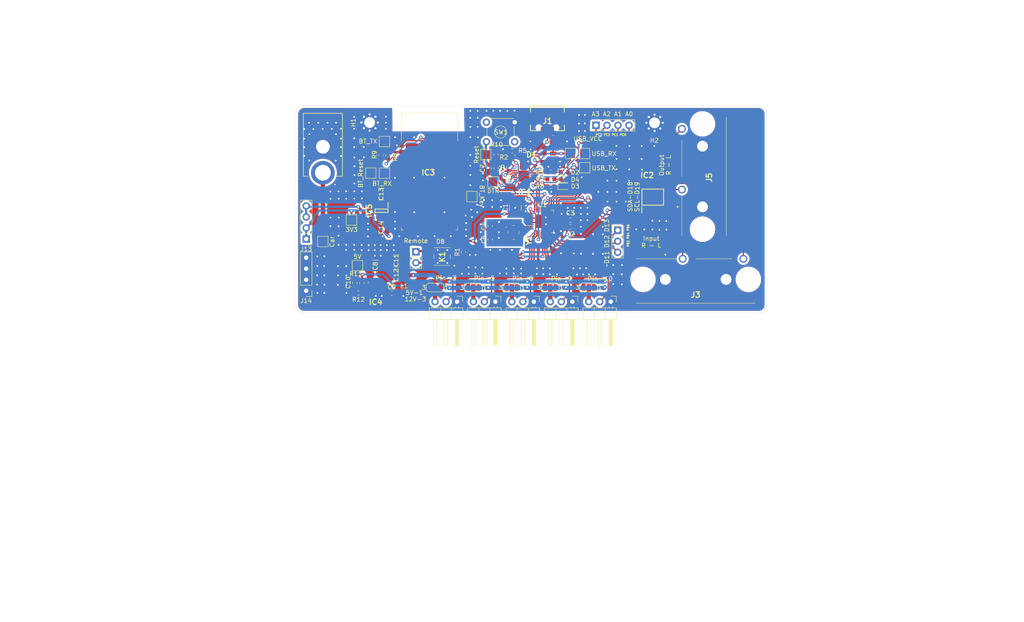
<source format=kicad_pcb>
(kicad_pcb (version 20171130) (host pcbnew "(5.1.6)-1")
  (layers (0 F.Cu signal) (31 B.Cu signal) (34 B.Paste user) (35 F.Paste user) (36 B.SilkS user) (37 F.SilkS user) (38 B.Mask user) (39 F.Mask user) (44 Edge.Cuts user))
  (net 0 "")
  (net 1 GND)
  (net 2 5V)
  (net 3 "Net-(C3-Pad1)")
  (net 4 "Net-(C4-Pad2)")
  (net 5 "Net-(C5-Pad1)")
  (net 6 DTR)
  (net 7 Reset)
  (net 8 CAR_Power)
  (net 9 "Net-(C9-Pad2)")
  (net 10 "Net-(C9-Pad1)")
  (net 11 "Net-(C10-Pad2)")
  (net 12 3V3)
  (net 13 D+)
  (net 14 D-)
  (net 15 USB_VCC)
  (net 16 "Net-(D2-Pad1)")
  (net 17 "Net-(D3-Pad1)")
  (net 18 "Net-(D4-Pad1)")
  (net 19 USB_TX)
  (net 20 USB_RX)
  (net 21 "Net-(IC1-Pad9)")
  (net 22 "Net-(IC1-Pad8)")
  (net 23 "Net-(IC1-Pad5)")
  (net 24 L_OUT)
  (net 25 L_IN)
  (net 26 R_IN)
  (net 27 R_OUT)
  (net 28 SDA)
  (net 29 SCL)
  (net 30 "Net-(IC3-Pad26)")
  (net 31 "Net-(IC3-Pad11)")
  (net 32 BT_RX)
  (net 33 BT_TX)
  (net 34 "Net-(J2-Pad2)")
  (net 35 "Net-(J2-Pad1)")
  (net 36 "Net-(J4-Pad4)")
  (net 37 "Net-(J4-Pad3)")
  (net 38 "Net-(J4-Pad2)")
  (net 39 "Net-(J4-Pad1)")
  (net 40 "Net-(J7-Pad3)")
  (net 41 Data1)
  (net 42 "Net-(J8-Pad3)")
  (net 43 Data2)
  (net 44 "Net-(J9-Pad3)")
  (net 45 Data3)
  (net 46 "Net-(J10-Pad3)")
  (net 47 Data4)
  (net 48 "Net-(J11-Pad3)")
  (net 49 Data5)
  (net 50 "Net-(J12-Pad3)")
  (net 51 "Net-(J12-Pad2)")
  (net 52 "Net-(J12-Pad1)")
  (net 53 "Net-(K1-Pad1)")
  (net 54 RemoteON)
  (net 55 "Net-(R8-Pad1)")
  (module LibraryLoader:AP63356DV7 (layer F.Cu) (at 101.03 83.17)
    (fp_text reference IC4 (at -0.01 3.83) (layer F.SilkS) (effects (font (size 1.27 1.27) (thickness 0.254))))
    (fp_text value AP63356DV-7 hide)
    (pad 9 smd roundrect (at 0 -0.79) (size 0.4 1.73) (layers F.Cu F.Paste F.Mask) (net 9 "Net-(C9-Pad2)"))
    (pad 8 smd roundrect (at 0.75 -0.675) (size 0.8 1.5) (layers F.Cu F.Paste F.Mask) (net 1 GND))
    (pad 9 smd roundrect (at 0.85 0.375 90) (size 0.3 0.6) (layers F.Cu F.Paste F.Mask) (net 9 "Net-(C9-Pad2)"))
    (pad 6 smd roundrect (at 0.85 0.825 90) (size 0.3 0.6) (layers F.Cu F.Paste F.Mask) (net 10 "Net-(C9-Pad1)"))
    (pad 5 smd roundrect (at 0.85 1.275 90) (size 0.3 0.6) (layers F.Cu F.Paste F.Mask))
    (pad 4 smd roundrect (at -0.85 1.275 90) (size 0.3 0.6) (layers F.Cu F.Paste F.Mask) (net 1 GND))
    (pad 3 smd roundrect (at -0.85 0.825 90) (size 0.3 0.6) (layers F.Cu F.Paste F.Mask) (net 11 "Net-(C10-Pad2)"))
    (pad 2 smd roundrect (at -0.85 0.375 90) (size 0.3 0.6) (layers F.Cu F.Paste F.Mask) (net 8 CAR_Power))
    (pad 1 smd roundrect (at -0.75 -0.675) (size 0.8 1.5) (layers F.Cu F.Paste F.Mask) (net 8 CAR_Power))
  )
  (module MountingHole:MountingHole_2.5mm_Pad_Via (layer F.Cu) (at 165.31 45.63)
    (fp_text reference H2 (at -0.07 4.06) (layer F.SilkS))
    (fp_text value MountingHole_Pad)
    (pad 1 thru_hole circle (at 1.325825 -1.325825) (size 0.8 0.8) (drill 0.5) (layers *.Cu *.Mask) (net 1 GND))
    (pad 1 thru_hole circle (at 0 -1.875) (size 0.8 0.8) (drill 0.5) (layers *.Cu *.Mask) (net 1 GND))
    (pad 1 thru_hole circle (at -1.325825 -1.325825) (size 0.8 0.8) (drill 0.5) (layers *.Cu *.Mask) (net 1 GND))
    (pad 1 thru_hole circle (at -1.875 0) (size 0.8 0.8) (drill 0.5) (layers *.Cu *.Mask) (net 1 GND))
    (pad 1 thru_hole circle (at -1.325825 1.325825) (size 0.8 0.8) (drill 0.5) (layers *.Cu *.Mask) (net 1 GND))
    (pad 1 thru_hole circle (at 0 1.875) (size 0.8 0.8) (drill 0.5) (layers *.Cu *.Mask) (net 1 GND))
    (pad 1 thru_hole circle (at 1.325825 1.325825) (size 0.8 0.8) (drill 0.5) (layers *.Cu *.Mask) (net 1 GND))
    (pad 1 thru_hole circle (at 1.875 0) (size 0.8 0.8) (drill 0.5) (layers *.Cu *.Mask) (net 1 GND))
    (pad 1 thru_hole circle (at 0 0) (size 5 5) (drill 2.5) (layers *.Cu *.Mask) (net 1 GND))
  )
  (module MountingHole:MountingHole_2.5mm_Pad_Via (layer F.Cu) (at 99.624175 45.565825)
    (fp_text reference H1 (at -3.764175 0.034175 270) (layer F.SilkS))
    (fp_text value MountingHole_Pad)
    (pad 1 thru_hole circle (at 1.325825 -1.325825) (size 0.8 0.8) (drill 0.5) (layers *.Cu *.Mask) (net 1 GND))
    (pad 1 thru_hole circle (at 0 -1.875) (size 0.8 0.8) (drill 0.5) (layers *.Cu *.Mask) (net 1 GND))
    (pad 1 thru_hole circle (at -1.325825 -1.325825) (size 0.8 0.8) (drill 0.5) (layers *.Cu *.Mask) (net 1 GND))
    (pad 1 thru_hole circle (at -1.875 0) (size 0.8 0.8) (drill 0.5) (layers *.Cu *.Mask) (net 1 GND))
    (pad 1 thru_hole circle (at -1.325825 1.325825) (size 0.8 0.8) (drill 0.5) (layers *.Cu *.Mask) (net 1 GND))
    (pad 1 thru_hole circle (at 0 1.875) (size 0.8 0.8) (drill 0.5) (layers *.Cu *.Mask) (net 1 GND))
    (pad 1 thru_hole circle (at 1.325825 1.325825) (size 0.8 0.8) (drill 0.5) (layers *.Cu *.Mask) (net 1 GND))
    (pad 1 thru_hole circle (at 1.875 0) (size 0.8 0.8) (drill 0.5) (layers *.Cu *.Mask) (net 1 GND))
    (pad 1 thru_hole circle (at 0 0) (size 5 5) (drill 2.5) (layers *.Cu *.Mask) (net 1 GND))
  )
  (module Package_DFN_QFN:QFN-32-1EP_5x5mm_P0.5mm_EP3.1x3.1mm (layer F.Cu) (at 139.42722 68.36848)
    (fp_text reference U1 (at 0 -3.82) (layer F.SilkS))
    (fp_text value ATmega328-MU)
    (pad 33 smd rect (at 0 0) (size 3.1 3.1) (layers F.Cu F.Mask) (net 1 GND))
    (pad 32 smd roundrect (at -1.75 -2.4375) (size 0.25 0.875) (layers F.Cu F.Paste F.Mask) (net 55 "Net-(R8-Pad1)"))
    (pad 31 smd roundrect (at -1.25 -2.4375) (size 0.25 0.875) (layers F.Cu F.Paste F.Mask) (net 20 USB_RX))
    (pad 30 smd roundrect (at -0.75 -2.4375) (size 0.25 0.875) (layers F.Cu F.Paste F.Mask) (net 19 USB_TX))
    (pad 29 smd roundrect (at -0.25 -2.4375) (size 0.25 0.875) (layers F.Cu F.Paste F.Mask) (net 7 Reset))
    (pad 28 smd roundrect (at 0.25 -2.4375) (size 0.25 0.875) (layers F.Cu F.Paste F.Mask) (net 29 SCL))
    (pad 27 smd roundrect (at 0.75 -2.4375) (size 0.25 0.875) (layers F.Cu F.Paste F.Mask) (net 28 SDA))
    (pad 26 smd roundrect (at 1.25 -2.4375) (size 0.25 0.875) (layers F.Cu F.Paste F.Mask) (net 39 "Net-(J4-Pad1)"))
    (pad 25 smd roundrect (at 1.75 -2.4375) (size 0.25 0.875) (layers F.Cu F.Paste F.Mask) (net 38 "Net-(J4-Pad2)"))
    (pad 24 smd roundrect (at 2.4375 -1.75) (size 0.875 0.25) (layers F.Cu F.Paste F.Mask) (net 37 "Net-(J4-Pad3)"))
    (pad 23 smd roundrect (at 2.4375 -1.25) (size 0.875 0.25) (layers F.Cu F.Paste F.Mask) (net 36 "Net-(J4-Pad4)"))
    (pad 22 smd roundrect (at 2.4375 -0.75) (size 0.875 0.25) (layers F.Cu F.Paste F.Mask))
    (pad 21 smd roundrect (at 2.4375 -0.25) (size 0.875 0.25) (layers F.Cu F.Paste F.Mask) (net 1 GND))
    (pad 20 smd roundrect (at 2.4375 0.25) (size 0.875 0.25) (layers F.Cu F.Paste F.Mask) (net 3 "Net-(C3-Pad1)"))
    (pad 19 smd roundrect (at 2.4375 0.75) (size 0.875 0.25) (layers F.Cu F.Paste F.Mask))
    (pad 18 smd roundrect (at 2.4375 1.25) (size 0.875 0.25) (layers F.Cu F.Paste F.Mask) (net 2 5V))
    (pad 17 smd roundrect (at 2.4375 1.75) (size 0.875 0.25) (layers F.Cu F.Paste F.Mask) (net 52 "Net-(J12-Pad1)"))
    (pad 16 smd roundrect (at 1.75 2.4375) (size 0.25 0.875) (layers F.Cu F.Paste F.Mask) (net 51 "Net-(J12-Pad2)"))
    (pad 15 smd roundrect (at 1.25 2.4375) (size 0.25 0.875) (layers F.Cu F.Paste F.Mask) (net 50 "Net-(J12-Pad3)"))
    (pad 14 smd roundrect (at 0.75 2.4375) (size 0.25 0.875) (layers F.Cu F.Paste F.Mask) (net 49 Data5))
    (pad 13 smd roundrect (at 0.25 2.4375) (size 0.25 0.875) (layers F.Cu F.Paste F.Mask) (net 47 Data4))
    (pad 12 smd roundrect (at -0.25 2.4375) (size 0.25 0.875) (layers F.Cu F.Paste F.Mask) (net 54 RemoteON))
    (pad 11 smd roundrect (at -0.75 2.4375) (size 0.25 0.875) (layers F.Cu F.Paste F.Mask) (net 33 BT_TX))
    (pad 10 smd roundrect (at -1.25 2.4375) (size 0.25 0.875) (layers F.Cu F.Paste F.Mask) (net 45 Data3))
    (pad 9 smd roundrect (at -1.75 2.4375) (size 0.25 0.875) (layers F.Cu F.Paste F.Mask) (net 43 Data2))
    (pad 8 smd roundrect (at -2.4375 1.75) (size 0.875 0.25) (layers F.Cu F.Paste F.Mask) (net 5 "Net-(C5-Pad1)"))
    (pad 7 smd roundrect (at -2.4375 1.25) (size 0.875 0.25) (layers F.Cu F.Paste F.Mask) (net 4 "Net-(C4-Pad2)"))
    (pad 6 smd roundrect (at -2.4375 0.75) (size 0.875 0.25) (layers F.Cu F.Paste F.Mask) (net 2 5V))
    (pad 5 smd roundrect (at -2.4375 0.25) (size 0.875 0.25) (layers F.Cu F.Paste F.Mask) (net 1 GND))
    (pad 4 smd roundrect (at -2.4375 -0.25) (size 0.875 0.25) (layers F.Cu F.Paste F.Mask) (net 2 5V))
    (pad 3 smd roundrect (at -2.4375 -0.75) (size 0.875 0.25) (layers F.Cu F.Paste F.Mask) (net 1 GND))
    (pad 2 smd roundrect (at -2.4375 -1.25) (size 0.875 0.25) (layers F.Cu F.Paste F.Mask))
    (pad 1 smd roundrect (at -2.4375 -1.75) (size 0.875 0.25) (layers F.Cu F.Paste F.Mask) (net 41 Data1))
  )
  (module LibraryLoader:SOP65P640X120-14N (layer F.Cu) (at 164.9 62.79 90)
    (fp_text reference IC2 (at 5.04 -1.3 180) (layer F.SilkS) (effects (font (size 1.27 1.27) (thickness 0.254))))
    (fp_text value MCP4631-502E_ST hide)
    (pad 14 smd roundrect (at 2.938 -1.95 180) (size 0.45 1.475) (layers F.Cu F.Paste F.Mask) (net 2 5V))
    (pad 13 smd roundrect (at 2.938 -1.3 180) (size 0.45 1.475) (layers F.Cu F.Paste F.Mask))
    (pad 12 smd roundrect (at 2.938 -0.65 180) (size 0.45 1.475) (layers F.Cu F.Paste F.Mask))
    (pad 11 smd roundrect (at 2.938 0 180) (size 0.45 1.475) (layers F.Cu F.Paste F.Mask))
    (pad 10 smd roundrect (at 2.938 0.65 180) (size 0.45 1.475) (layers F.Cu F.Paste F.Mask) (net 1 GND))
    (pad 9 smd roundrect (at 2.938 1.3 180) (size 0.45 1.475) (layers F.Cu F.Paste F.Mask) (net 24 L_OUT))
    (pad 8 smd roundrect (at 2.938 1.95 180) (size 0.45 1.475) (layers F.Cu F.Paste F.Mask) (net 25 L_IN))
    (pad 7 smd roundrect (at -2.938 1.95 180) (size 0.45 1.475) (layers F.Cu F.Paste F.Mask) (net 26 R_IN))
    (pad 6 smd roundrect (at -2.938 1.3 180) (size 0.45 1.475) (layers F.Cu F.Paste F.Mask) (net 27 R_OUT))
    (pad 5 smd roundrect (at -2.938 0.65 180) (size 0.45 1.475) (layers F.Cu F.Paste F.Mask) (net 1 GND))
    (pad 4 smd roundrect (at -2.938 0 180) (size 0.45 1.475) (layers F.Cu F.Paste F.Mask) (net 1 GND))
    (pad 3 smd roundrect (at -2.938 -0.65 180) (size 0.45 1.475) (layers F.Cu F.Paste F.Mask) (net 28 SDA))
    (pad 2 smd roundrect (at -2.938 -1.3 180) (size 0.45 1.475) (layers F.Cu F.Paste F.Mask) (net 29 SCL))
    (pad 1 smd roundrect (at -2.938 -1.95 180) (size 0.45 1.475) (layers F.Cu F.Paste F.Mask))
  )
  (module TestPoint:TestPoint_Pad_2.0x2.0mm (layer F.Cu) (at 103.0442 57.2674)
    (fp_text reference TP13)
    (fp_text value BT_RX)
    (pad 1 smd rect (at 0 0) (size 2 2) (layers F.Cu F.Mask) (net 32 BT_RX))
  )
  (module TestPoint:TestPoint_Pad_2.0x2.0mm (layer F.Cu) (at 103.0442 49.9522)
    (fp_text reference TP12)
    (fp_text value BT_TX)
    (pad 1 smd rect (at 0 0) (size 2 2) (layers F.Cu F.Mask) (net 33 BT_TX))
  )
  (module LibraryLoader:ECS2501033BCKMTR (layer F.Cu) (at 132.805 70.92 270)
    (fp_text reference Y1 (at 1.83 -3.56 90) (layer F.SilkS) (effects (font (size 1.27 1.27) (thickness 0.254))))
    (fp_text value ECS-160-9-33B-CKM-TR hide)
    (pad 4 smd rect (at -1.15 -0.95) (size 1.1 1.3) (layers F.Cu F.Paste F.Mask) (net 1 GND))
    (pad 3 smd rect (at 1.15 -0.95) (size 1.1 1.3) (layers F.Cu F.Paste F.Mask) (net 5 "Net-(C5-Pad1)"))
    (pad 2 smd rect (at 1.15 0.95) (size 1.1 1.3) (layers F.Cu F.Paste F.Mask) (net 1 GND))
    (pad 1 smd rect (at -1.15 0.95) (size 1.1 1.3) (layers F.Cu F.Paste F.Mask) (net 4 "Net-(C4-Pad2)"))
  )
  (module Connector_PinHeader_2.54mm:PinHeader_1x03_P2.54mm_Horizontal (layer F.Cu) (at 155.22 86.91 270)
    (fp_text reference J11)
    (fp_text value LED5_Pin10)
    (pad 3 thru_hole oval (at 0 5.08 270) (size 1.7 1.7) (drill 1) (layers *.Cu *.Mask) (net 48 "Net-(J11-Pad3)"))
    (pad 2 thru_hole oval (at 0 2.54 270) (size 1.7 1.7) (drill 1) (layers *.Cu *.Mask) (net 49 Data5))
    (pad 1 thru_hole rect (at 0 0 270) (size 1.7 1.7) (drill 1) (layers *.Cu *.Mask) (net 1 GND))
  )
  (module Connector_PinHeader_2.54mm:PinHeader_1x03_P2.54mm_Horizontal (layer F.Cu) (at 146.36 86.91 270)
    (fp_text reference J10)
    (fp_text value LED4_Pin9)
    (pad 3 thru_hole oval (at 0 5.08 270) (size 1.7 1.7) (drill 1) (layers *.Cu *.Mask) (net 46 "Net-(J10-Pad3)"))
    (pad 2 thru_hole oval (at 0 2.54 270) (size 1.7 1.7) (drill 1) (layers *.Cu *.Mask) (net 47 Data4))
    (pad 1 thru_hole rect (at 0 0 270) (size 1.7 1.7) (drill 1) (layers *.Cu *.Mask) (net 1 GND))
  )
  (module Connector_PinHeader_2.54mm:PinHeader_1x03_P2.54mm_Horizontal (layer F.Cu) (at 137.49 86.92 270)
    (fp_text reference J9)
    (fp_text value LED3_Pin6)
    (pad 3 thru_hole oval (at 0 5.08 270) (size 1.7 1.7) (drill 1) (layers *.Cu *.Mask) (net 44 "Net-(J9-Pad3)"))
    (pad 2 thru_hole oval (at 0 2.54 270) (size 1.7 1.7) (drill 1) (layers *.Cu *.Mask) (net 45 Data3))
    (pad 1 thru_hole rect (at 0 0 270) (size 1.7 1.7) (drill 1) (layers *.Cu *.Mask) (net 1 GND))
  )
  (module Connector_PinHeader_2.54mm:PinHeader_1x03_P2.54mm_Horizontal (layer F.Cu) (at 128.62 86.91 270)
    (fp_text reference J8)
    (fp_text value LED2_Pin5)
    (pad 3 thru_hole oval (at 0 5.08 270) (size 1.7 1.7) (drill 1) (layers *.Cu *.Mask) (net 42 "Net-(J8-Pad3)"))
    (pad 2 thru_hole oval (at 0 2.54 270) (size 1.7 1.7) (drill 1) (layers *.Cu *.Mask) (net 43 Data2))
    (pad 1 thru_hole rect (at 0 0 270) (size 1.7 1.7) (drill 1) (layers *.Cu *.Mask) (net 1 GND))
  )
  (module Connector_PinHeader_2.54mm:PinHeader_1x03_P2.54mm_Horizontal (layer F.Cu) (at 119.78 86.91 270)
    (fp_text reference J7)
    (fp_text value LED1_Pin3)
    (pad 3 thru_hole oval (at 0 5.08 270) (size 1.7 1.7) (drill 1) (layers *.Cu *.Mask) (net 40 "Net-(J7-Pad3)"))
    (pad 2 thru_hole oval (at 0 2.54 270) (size 1.7 1.7) (drill 1) (layers *.Cu *.Mask) (net 41 Data1))
    (pad 1 thru_hole rect (at 0 0 270) (size 1.7 1.7) (drill 1) (layers *.Cu *.Mask) (net 1 GND))
  )
  (module TestPoint:TestPoint_Pad_2.0x2.0mm (layer F.Cu) (at 95.44 68.05 180)
    (fp_text reference TP11)
    (fp_text value 3V3)
    (pad 1 smd rect (at 0 0 180) (size 2 2) (layers F.Cu F.Mask) (net 12 3V3))
  )
  (module TestPoint:TestPoint_Pad_2.0x2.0mm (layer F.Cu) (at 96.8272 78.588)
    (fp_text reference TP10)
    (fp_text value 5V)
    (pad 1 smd rect (at 0 0) (size 2 2) (layers F.Cu F.Mask) (net 2 5V))
  )
  (module TestPoint:TestPoint_Pad_2.0x2.0mm (layer F.Cu) (at 99.885 57.255)
    (fp_text reference TP9)
    (fp_text value BT_Reset)
    (pad 1 smd rect (at 0 0) (size 2 2) (layers F.Cu F.Mask) (net 31 "Net-(IC3-Pad11)"))
  )
  (module TestPoint:TestPoint_Pad_2.0x2.0mm (layer F.Cu) (at 123.2 62.66)
    (fp_text reference TP8)
    (fp_text value BT_Key)
    (pad 1 smd rect (at 0 0) (size 2 2) (layers F.Cu F.Mask) (net 30 "Net-(IC3-Pad26)"))
  )
  (module TestPoint:TestPoint_Pad_2.0x2.0mm (layer F.Cu) (at 126.406 52.962 180)
    (fp_text reference TP7)
    (fp_text value Reset)
    (pad 1 smd rect (at 0 0 180) (size 2 2) (layers F.Cu F.Mask) (net 7 Reset))
  )
  (module TestPoint:TestPoint_Pad_2.0x2.0mm (layer F.Cu) (at 88.84 73.03)
    (fp_text reference TP6)
    (fp_text value Jack)
    (pad 1 smd rect (at 0 0) (size 2 2) (layers F.Cu F.Mask) (net 8 CAR_Power))
  )
  (module TestPoint:TestPoint_Pad_2.0x2.0mm (layer F.Cu) (at 128.056 59.272 180)
    (fp_text reference TP5)
    (fp_text value DTR)
    (pad 1 smd rect (at 0 0 180) (size 2 2) (layers F.Cu F.Mask) (net 6 DTR))
  )
  (module TestPoint:TestPoint_Pad_2.0x2.0mm (layer F.Cu) (at 145.935 52.73)
    (fp_text reference TP4)
    (fp_text value USBVCC)
    (pad 1 smd rect (at 0 0) (size 2 2) (layers F.Cu F.Mask) (net 15 USB_VCC))
  )
  (module TestPoint:TestPoint_Pad_2.0x2.0mm (layer F.Cu) (at 149.21 56)
    (fp_text reference TP3)
    (fp_text value TX)
    (pad 1 smd rect (at 0 0) (size 2 2) (layers F.Cu F.Mask) (net 19 USB_TX))
  )
  (module TestPoint:TestPoint_Pad_2.0x2.0mm (layer F.Cu) (at 149.17 52.72)
    (fp_text reference TP2)
    (fp_text value RX)
    (pad 1 smd rect (at 0 0) (size 2 2) (layers F.Cu F.Mask) (net 20 USB_RX))
  )
  (module LibraryLoader:Button_Omron (layer F.Cu) (at 129.806 47.75)
    (fp_text reference SW1 (at 0.11 0.05) (layer F.SilkS))
    (fp_text value SW_Push)
    (pad 3 thru_hole circle (at -3.25 -2.25) (size 1.7 1.7) (drill 1) (layers *.Cu *.Mask))
    (pad 4 thru_hole circle (at 3.25 2.25) (size 1.7 1.7) (drill 1) (layers *.Cu *.Mask))
    (pad 2 thru_hole circle (at 3.25 -2.25) (size 1.7 1.7) (drill 1) (layers *.Cu *.Mask) (net 1 GND))
    (pad 1 thru_hole circle (at -3.25 2.25) (size 1.7 1.7) (drill 1) (layers *.Cu *.Mask) (net 7 Reset))
  )
  (module Resistor_SMD:R_0603_1608Metric (layer F.Cu) (at 97.0525 84.9)
    (fp_text reference R12 (at 0 1.5) (layer F.SilkS))
    (fp_text value 30k)
    (pad 2 smd roundrect (at 0.7875 0) (size 0.875 0.95) (layers F.Cu F.Paste F.Mask) (net 1 GND))
    (pad 1 smd roundrect (at -0.7875 0) (size 0.875 0.95) (layers F.Cu F.Paste F.Mask) (net 11 "Net-(C10-Pad2)"))
  )
  (module Resistor_SMD:R_0603_1608Metric (layer F.Cu) (at 97.84 82.6 270)
    (fp_text reference R11 (at -2.0816 1.4192 180) (layer F.SilkS))
    (fp_text value 157k)
    (pad 2 smd roundrect (at 0.7875 0 270) (size 0.875 0.95) (layers F.Cu F.Paste F.Mask) (net 11 "Net-(C10-Pad2)"))
    (pad 1 smd roundrect (at -0.7875 0 270) (size 0.875 0.95) (layers F.Cu F.Paste F.Mask) (net 2 5V))
  )
  (module Resistor_SMD:R_0603_1608Metric (layer F.Cu) (at 128.806 52.9895 270)
    (fp_text reference R10 (at -2.3375 -0.08 180) (layer F.SilkS))
    (fp_text value 10k)
    (pad 2 smd roundrect (at 0.7875 0 270) (size 0.875 0.95) (layers F.Cu F.Paste F.Mask) (net 7 Reset))
    (pad 1 smd roundrect (at -0.7875 0 270) (size 0.875 0.95) (layers F.Cu F.Paste F.Mask) (net 15 USB_VCC))
  )
  (module Resistor_SMD:R_0603_1608Metric (layer F.Cu) (at 102.2822 53.1273 270)
    (fp_text reference R9 (at -0.1271 1.524 90) (layer F.SilkS))
    (fp_text value 2k)
    (pad 2 smd roundrect (at 0.7875 0 270) (size 0.875 0.95) (layers F.Cu F.Paste F.Mask) (net 1 GND))
    (pad 1 smd roundrect (at -0.7875 0 270) (size 0.875 0.95) (layers F.Cu F.Paste F.Mask) (net 32 BT_RX))
  )
  (module Resistor_SMD:R_0603_1608Metric (layer F.Cu) (at 103.857 53.1271 90)
    (fp_text reference R8 (at -0.4827 1.6256 270) (layer F.SilkS))
    (fp_text value 1k)
    (pad 2 smd roundrect (at 0.7875 0 90) (size 0.875 0.95) (layers F.Cu F.Paste F.Mask) (net 32 BT_RX))
    (pad 1 smd roundrect (at -0.7875 0 90) (size 0.875 0.95) (layers F.Cu F.Paste F.Mask) (net 55 "Net-(R8-Pad1)"))
  )
  (module Resistor_SMD:R_0603_1608Metric (layer F.Cu) (at 141.3975 58.65)
    (fp_text reference R7 (at -2.4775 -0.04 180) (layer F.SilkS))
    (fp_text value 220)
    (pad 2 smd roundrect (at 0.7875 0) (size 0.875 0.95) (layers F.Cu F.Paste F.Mask) (net 18 "Net-(D4-Pad1)"))
    (pad 1 smd roundrect (at -0.7875 0) (size 0.875 0.95) (layers F.Cu F.Paste F.Mask) (net 20 USB_RX))
  )
  (module Resistor_SMD:R_0603_1608Metric (layer F.Cu) (at 141.3825 60.3)
    (fp_text reference R6 (at -2.4925 0.01 180) (layer F.SilkS))
    (fp_text value 220)
    (pad 2 smd roundrect (at 0.7875 0) (size 0.875 0.95) (layers F.Cu F.Paste F.Mask) (net 17 "Net-(D3-Pad1)"))
    (pad 1 smd roundrect (at -0.7875 0) (size 0.875 0.95) (layers F.Cu F.Paste F.Mask) (net 19 USB_TX))
  )
  (module Resistor_SMD:R_0603_1608Metric (layer F.Cu) (at 132.4825 52.11)
    (fp_text reference R5 (at 2.4035 -0.042 180) (layer F.SilkS))
    (fp_text value 47.5k)
    (pad 2 smd roundrect (at 0.7875 0) (size 0.875 0.95) (layers F.Cu F.Paste F.Mask) (net 1 GND))
    (pad 1 smd roundrect (at -0.7875 0) (size 0.875 0.95) (layers F.Cu F.Paste F.Mask) (net 22 "Net-(IC1-Pad8)"))
  )
  (module Resistor_SMD:R_0603_1608Metric (layer F.Cu) (at 131.705 55.9 90)
    (fp_text reference R4 (at -2.44 -0.115 90) (layer F.SilkS))
    (fp_text value 22.1k)
    (pad 2 smd roundrect (at 0.7875 0 90) (size 0.875 0.95) (layers F.Cu F.Paste F.Mask) (net 22 "Net-(IC1-Pad8)"))
    (pad 1 smd roundrect (at -0.7875 0 90) (size 0.875 0.95) (layers F.Cu F.Paste F.Mask) (net 15 USB_VCC))
  )
  (module Resistor_SMD:R_0603_1608Metric (layer F.Cu) (at 141.41 57.04 180)
    (fp_text reference R3 (at 2.61 0.03) (layer F.SilkS))
    (fp_text value 220)
    (pad 2 smd roundrect (at 0.7875 0 180) (size 0.875 0.95) (layers F.Cu F.Paste F.Mask) (net 6 DTR))
    (pad 1 smd roundrect (at -0.7875 0 180) (size 0.875 0.95) (layers F.Cu F.Paste F.Mask) (net 16 "Net-(D2-Pad1)"))
  )
  (module Resistor_SMD:R_0603_1608Metric (layer F.Cu) (at 133.2025 53.66 180)
    (fp_text reference R2 (at 2.6345 0.068) (layer F.SilkS))
    (fp_text value 1k)
    (pad 2 smd roundrect (at 0.7875 0 180) (size 0.875 0.95) (layers F.Cu F.Paste F.Mask) (net 21 "Net-(IC1-Pad9)"))
    (pad 1 smd roundrect (at -0.7875 0 180) (size 0.875 0.95) (layers F.Cu F.Paste F.Mask) (net 23 "Net-(IC1-Pad5)"))
  )
  (module Resistor_SMD:R_0603_1608Metric (layer F.Cu) (at 121.28 75.44 90)
    (fp_text reference R1 (at 0 -1.43 90) (layer F.SilkS))
    (fp_text value 750)
    (pad 2 smd roundrect (at 0.7875 0 90) (size 0.875 0.95) (layers F.Cu F.Paste F.Mask) (net 54 RemoteON))
    (pad 1 smd roundrect (at -0.7875 0 90) (size 0.875 0.95) (layers F.Cu F.Paste F.Mask) (net 53 "Net-(K1-Pad1)"))
  )
  (module Inductor_SMD:L_0603_1608Metric (layer F.Cu) (at 104.9525 83.4)
    (fp_text reference L1 (at 2.5875 -0.1) (layer F.SilkS))
    (fp_text value 6.8u)
    (pad 2 smd roundrect (at 0.7875 0) (size 0.875 0.95) (layers F.Cu F.Paste F.Mask) (net 2 5V))
    (pad 1 smd roundrect (at -0.7875 0) (size 0.875 0.95) (layers F.Cu F.Paste F.Mask) (net 9 "Net-(C9-Pad2)"))
  )
  (module LibraryLoader:CPC1125NTR (layer F.Cu) (at 116.34 76.5 90)
    (fp_text reference K1 (at -0.078 0 90) (layer F.SilkS) (effects (font (size 1.27 1.27) (thickness 0.254))))
    (fp_text value CPC1125NTR hide)
    (pad 4 smd oval (at -1.27 -2.8 90) (size 0.6 1.3) (layers F.Cu F.Paste F.Mask) (net 34 "Net-(J2-Pad2)"))
    (pad 3 smd oval (at 1.27 -2.8 90) (size 0.6 1.3) (layers F.Cu F.Paste F.Mask) (net 35 "Net-(J2-Pad1)"))
    (pad 2 smd oval (at 1.27 2.8 90) (size 0.6 1.3) (layers F.Cu F.Paste F.Mask) (net 1 GND))
    (pad 1 smd oval (at -1.27 2.8 90) (size 0.6 1.3) (layers F.Cu F.Paste F.Mask) (net 53 "Net-(K1-Pad1)"))
  )
  (module Jumper:SolderJumper-3_P1.3mm_Open_RoundedPad1.0x1.5mm_NumberLabels (layer F.Cu) (at 150.15 83.62 180)
    (fp_text reference JP5)
    (fp_text value VCC)
    (fp_text user 1 (at -2.6 0) (layer F.SilkS))
    (fp_text user 3 (at 2.6 0) (layer F.SilkS))
    (pad 2 smd rect (at 0 0 180) (size 1 1.5) (layers F.Cu F.Mask) (net 48 "Net-(J11-Pad3)"))
    (pad 3 smd custom (at 1.3 0 180) (size 1 0.5) (layers F.Cu F.Mask) (net 8 CAR_Power) (options (clearance outline) (anchor rect)) (primitives (gr_circle (center 0 0.25) (end 0.5 0.25) (width 0)) (gr_circle (center 0 -0.25) (end 0.5 -0.25) (width 0)) (gr_poly (pts (xy -0.55 -0.75) (xy 0 -0.75) (xy 0 0.75) (xy -0.55 0.75)) (width 0))))
    (pad 1 smd custom (at -1.3 0 180) (size 1 0.5) (layers F.Cu F.Mask) (net 2 5V) (options (clearance outline) (anchor rect)) (primitives (gr_circle (center 0 0.25) (end 0.5 0.25) (width 0)) (gr_circle (center 0 -0.25) (end 0.5 -0.25) (width 0)) (gr_poly (pts (xy 0.55 -0.75) (xy 0 -0.75) (xy 0 0.75) (xy 0.55 0.75)) (width 0))))
  )
  (module Jumper:SolderJumper-3_P1.3mm_Open_RoundedPad1.0x1.5mm_NumberLabels (layer F.Cu) (at 141.28 83.64 180)
    (fp_text reference JP4)
    (fp_text value VCC)
    (fp_text user 1 (at -2.6 0) (layer F.SilkS))
    (fp_text user 3 (at 2.6 0) (layer F.SilkS))
    (pad 2 smd rect (at 0 0 180) (size 1 1.5) (layers F.Cu F.Mask) (net 46 "Net-(J10-Pad3)"))
    (pad 3 smd custom (at 1.3 0 180) (size 1 0.5) (layers F.Cu F.Mask) (net 8 CAR_Power) (options (clearance outline) (anchor rect)) (primitives (gr_circle (center 0 0.25) (end 0.5 0.25) (width 0)) (gr_circle (center 0 -0.25) (end 0.5 -0.25) (width 0)) (gr_poly (pts (xy -0.55 -0.75) (xy 0 -0.75) (xy 0 0.75) (xy -0.55 0.75)) (width 0))))
    (pad 1 smd custom (at -1.3 0 180) (size 1 0.5) (layers F.Cu F.Mask) (net 2 5V) (options (clearance outline) (anchor rect)) (primitives (gr_circle (center 0 0.25) (end 0.5 0.25) (width 0)) (gr_circle (center 0 -0.25) (end 0.5 -0.25) (width 0)) (gr_poly (pts (xy 0.55 -0.75) (xy 0 -0.75) (xy 0 0.75) (xy 0.55 0.75)) (width 0))))
  )
  (module Jumper:SolderJumper-3_P1.3mm_Open_RoundedPad1.0x1.5mm_NumberLabels (layer F.Cu) (at 132.41 83.65 180)
    (fp_text reference JP3)
    (fp_text value VCC)
    (fp_text user 1 (at -2.6 0) (layer F.SilkS))
    (fp_text user 3 (at 2.6 0) (layer F.SilkS))
    (pad 2 smd rect (at 0 0 180) (size 1 1.5) (layers F.Cu F.Mask) (net 44 "Net-(J9-Pad3)"))
    (pad 3 smd custom (at 1.3 0 180) (size 1 0.5) (layers F.Cu F.Mask) (net 8 CAR_Power) (options (clearance outline) (anchor rect)) (primitives (gr_circle (center 0 0.25) (end 0.5 0.25) (width 0)) (gr_circle (center 0 -0.25) (end 0.5 -0.25) (width 0)) (gr_poly (pts (xy -0.55 -0.75) (xy 0 -0.75) (xy 0 0.75) (xy -0.55 0.75)) (width 0))))
    (pad 1 smd custom (at -1.3 0 180) (size 1 0.5) (layers F.Cu F.Mask) (net 2 5V) (options (clearance outline) (anchor rect)) (primitives (gr_circle (center 0 0.25) (end 0.5 0.25) (width 0)) (gr_circle (center 0 -0.25) (end 0.5 -0.25) (width 0)) (gr_poly (pts (xy 0.55 -0.75) (xy 0 -0.75) (xy 0 0.75) (xy 0.55 0.75)) (width 0))))
  )
  (module Jumper:SolderJumper-3_P1.3mm_Open_RoundedPad1.0x1.5mm_NumberLabels (layer F.Cu) (at 123.56 83.65 180)
    (fp_text reference JP2)
    (fp_text value VCC)
    (fp_text user 1 (at -2.6 0) (layer F.SilkS))
    (fp_text user 3 (at 2.6 0) (layer F.SilkS))
    (pad 2 smd rect (at 0 0 180) (size 1 1.5) (layers F.Cu F.Mask) (net 42 "Net-(J8-Pad3)"))
    (pad 3 smd custom (at 1.3 0 180) (size 1 0.5) (layers F.Cu F.Mask) (net 8 CAR_Power) (options (clearance outline) (anchor rect)) (primitives (gr_circle (center 0 0.25) (end 0.5 0.25) (width 0)) (gr_circle (center 0 -0.25) (end 0.5 -0.25) (width 0)) (gr_poly (pts (xy -0.55 -0.75) (xy 0 -0.75) (xy 0 0.75) (xy -0.55 0.75)) (width 0))))
    (pad 1 smd custom (at -1.3 0 180) (size 1 0.5) (layers F.Cu F.Mask) (net 2 5V) (options (clearance outline) (anchor rect)) (primitives (gr_circle (center 0 0.25) (end 0.5 0.25) (width 0)) (gr_circle (center 0 -0.25) (end 0.5 -0.25) (width 0)) (gr_poly (pts (xy 0.55 -0.75) (xy 0 -0.75) (xy 0 0.75) (xy 0.55 0.75)) (width 0))))
  )
  (module Jumper:SolderJumper-3_P1.3mm_Open_RoundedPad1.0x1.5mm_NumberLabels (layer F.Cu) (at 114.71 83.65 180)
    (fp_text reference JP1)
    (fp_text value VCC)
    (fp_text user 1 (at -2.6 0) (layer F.SilkS))
    (fp_text user 3 (at 2.6 0) (layer F.SilkS))
    (pad 2 smd rect (at 0 0 180) (size 1 1.5) (layers F.Cu F.Mask) (net 40 "Net-(J7-Pad3)"))
    (pad 3 smd custom (at 1.3 0 180) (size 1 0.5) (layers F.Cu F.Mask) (net 8 CAR_Power) (options (clearance outline) (anchor rect)) (primitives (gr_circle (center 0 0.25) (end 0.5 0.25) (width 0)) (gr_circle (center 0 -0.25) (end 0.5 -0.25) (width 0)) (gr_poly (pts (xy -0.55 -0.75) (xy 0 -0.75) (xy 0 0.75) (xy -0.55 0.75)) (width 0))))
    (pad 1 smd custom (at -1.3 0 180) (size 1 0.5) (layers F.Cu F.Mask) (net 2 5V) (options (clearance outline) (anchor rect)) (primitives (gr_circle (center 0 0.25) (end 0.5 0.25) (width 0)) (gr_circle (center 0 -0.25) (end 0.5 -0.25) (width 0)) (gr_poly (pts (xy 0.55 -0.75) (xy 0 -0.75) (xy 0 0.75) (xy 0.55 0.75)) (width 0))))
  )
  (module Connector_PinHeader_2.54mm:PinHeader_1x04_P2.54mm_Vertical (layer F.Cu) (at 84.99 84.38 180)
    (fp_text reference J14 (at 0 -2.33) (layer F.SilkS))
    (fp_text value GND)
    (pad 4 thru_hole oval (at 0 7.62 180) (size 1.7 1.7) (drill 1) (layers *.Cu *.Mask) (net 1 GND))
    (pad 3 thru_hole oval (at 0 5.08 180) (size 1.7 1.7) (drill 1) (layers *.Cu *.Mask) (net 1 GND))
    (pad 2 thru_hole oval (at 0 2.54 180) (size 1.7 1.7) (drill 1) (layers *.Cu *.Mask) (net 1 GND))
    (pad 1 thru_hole rect (at 0 0 180) (size 1.7 1.7) (drill 1) (layers *.Cu *.Mask) (net 1 GND))
  )
  (module Connector_PinHeader_2.54mm:PinHeader_1x04_P2.54mm_Vertical (layer F.Cu) (at 85 72.44 180)
    (fp_text reference J13 (at 0 -2.33) (layer F.SilkS))
    (fp_text value Power)
    (pad 4 thru_hole oval (at 0 7.62 180) (size 1.7 1.7) (drill 1) (layers *.Cu *.Mask) (net 2 5V))
    (pad 3 thru_hole oval (at 0 5.08 180) (size 1.7 1.7) (drill 1) (layers *.Cu *.Mask) (net 2 5V))
    (pad 2 thru_hole oval (at 0 2.54 180) (size 1.7 1.7) (drill 1) (layers *.Cu *.Mask) (net 12 3V3))
    (pad 1 thru_hole rect (at 0 0 180) (size 1.7 1.7) (drill 1) (layers *.Cu *.Mask) (net 12 3V3))
  )
  (module Connector_PinHeader_2.54mm:PinHeader_1x03_P2.54mm_Vertical (layer F.Cu) (at 156.82 70.43)
    (fp_text reference J12)
    (fp_text value IO2)
    (pad 3 thru_hole oval (at 0 5.08) (size 1.7 1.7) (drill 1) (layers *.Cu *.Mask) (net 50 "Net-(J12-Pad3)"))
    (pad 2 thru_hole oval (at 0 2.54) (size 1.7 1.7) (drill 1) (layers *.Cu *.Mask) (net 51 "Net-(J12-Pad2)"))
    (pad 1 thru_hole rect (at 0 0) (size 1.7 1.7) (drill 1) (layers *.Cu *.Mask) (net 52 "Net-(J12-Pad1)"))
  )
  (module LibraryLoader:PJ037A (layer F.Cu) (at 88.85 57.16 270)
    (fp_text reference J6 (at -5.45 0 90) (layer F.SilkS) (effects (font (size 1.27 1.27) (thickness 0.254))))
    (fp_text value CAR_Jack hide)
    (pad 2 thru_hole circle (at -6 0 270) (size 4.74 4.74) (drill 3.16) (layers *.Cu *.Mask) (net 1 GND))
    (pad 1 thru_hole circle (at 0 0 270) (size 5.46 5.46) (drill 3.64) (layers *.Cu *.Mask) (net 8 CAR_Power))
  )
  (module LibraryLoader:RCJ2121 (layer F.Cu) (at 176.37 65.03 270)
    (fp_text reference J5 (at -6.76874 -1.52992 90) (layer F.SilkS) (effects (font (size 1.27 1.27) (thickness 0.254))))
    (fp_text value Output hide)
    (pad MH2 np_thru_hole circle (at 5.15 0 270) (size 4.89 0) (drill 4.89) (layers *.Cu *.Mask))
    (pad MH1 np_thru_hole circle (at -19.15 0 270) (size 4.89 0) (drill 4.89) (layers *.Cu *.Mask))
    (pad 4 thru_hole circle (at -18 4.75 270) (size 1.8 1.8) (drill 1.2) (layers *.Cu *.Mask) (net 24 L_OUT))
    (pad 3 thru_hole circle (at -14 0 270) (size 3.75 3.75) (drill 2.5) (layers *.Cu *.Mask) (net 1 GND))
    (pad 2 thru_hole circle (at -4 4.75 270) (size 1.8 1.8) (drill 1.2) (layers *.Cu *.Mask) (net 27 R_OUT))
    (pad 1 thru_hole circle (at 0 0 270) (size 3.75 3.75) (drill 2.5) (layers *.Cu *.Mask) (net 1 GND))
  )
  (module Connector_PinHeader_2.54mm:PinHeader_1x04_P2.54mm_Vertical (layer F.Cu) (at 151.81 46.215 90)
    (fp_text reference J4)
    (fp_text value IO)
    (pad 4 thru_hole oval (at 0 7.62 90) (size 1.7 1.7) (drill 1) (layers *.Cu *.Mask) (net 36 "Net-(J4-Pad4)"))
    (pad 3 thru_hole oval (at 0 5.08 90) (size 1.7 1.7) (drill 1) (layers *.Cu *.Mask) (net 37 "Net-(J4-Pad3)"))
    (pad 2 thru_hole oval (at 0 2.54 90) (size 1.7 1.7) (drill 1) (layers *.Cu *.Mask) (net 38 "Net-(J4-Pad2)"))
    (pad 1 thru_hole rect (at 0 0 90) (size 1.7 1.7) (drill 1) (layers *.Cu *.Mask) (net 39 "Net-(J4-Pad1)"))
  )
  (module LibraryLoader:RCJ2121 (layer F.Cu) (at 167.8 81.77 180)
    (fp_text reference J3 (at -7 -3.55) (layer F.SilkS) (effects (font (size 1.27 1.27) (thickness 0.254))))
    (fp_text value Input hide)
    (pad MH2 np_thru_hole circle (at 5.15 0 180) (size 4.89 0) (drill 4.89) (layers *.Cu *.Mask))
    (pad MH1 np_thru_hole circle (at -19.15 0 180) (size 4.89 0) (drill 4.89) (layers *.Cu *.Mask))
    (pad 4 thru_hole circle (at -18 4.75 180) (size 1.8 1.8) (drill 1.2) (layers *.Cu *.Mask) (net 25 L_IN))
    (pad 3 thru_hole circle (at -14 0 180) (size 3.75 3.75) (drill 2.5) (layers *.Cu *.Mask) (net 1 GND))
    (pad 2 thru_hole circle (at -4 4.75 180) (size 1.8 1.8) (drill 1.2) (layers *.Cu *.Mask) (net 26 R_IN))
    (pad 1 thru_hole circle (at 0 0 180) (size 3.75 3.75) (drill 2.5) (layers *.Cu *.Mask) (net 1 GND))
  )
  (module Connector_PinHeader_2.54mm:PinHeader_1x02_P2.54mm_Vertical (layer F.Cu) (at 110.3 75.4)
    (fp_text reference J2)
    (fp_text value Remote)
    (pad 2 thru_hole oval (at 0 2.54) (size 1.7 1.7) (drill 1) (layers *.Cu *.Mask) (net 34 "Net-(J2-Pad2)"))
    (pad 1 thru_hole rect (at 0 0) (size 1.7 1.7) (drill 1) (layers *.Cu *.Mask) (net 35 "Net-(J2-Pad1)"))
  )
  (module LibraryLoader:UJ2MIBHGSMTTR (layer F.Cu) (at 140.62 44.64 180)
    (fp_text reference J1 (at 0 -0.593) (layer F.SilkS) (effects (font (size 1.27 1.27) (thickness 0.254))))
    (fp_text value USB_B_Micro hide)
    (pad 6 smd rect (at 3.95 0.035 180) (size 1.9 1.9) (layers F.Cu F.Paste F.Mask) (net 1 GND))
    (pad 6 smd rect (at 1.2 0.035 180) (size 1.9 1.9) (layers F.Cu F.Paste F.Mask) (net 1 GND))
    (pad 6 smd rect (at -1.2 0.035 180) (size 1.9 1.9) (layers F.Cu F.Paste F.Mask) (net 1 GND))
    (pad 6 smd rect (at -3.95 0.035 180) (size 1.9 1.9) (layers F.Cu F.Paste F.Mask) (net 1 GND))
    (pad MH2 np_thru_hole circle (at 2 -2.115 180) (size 0.55 0) (drill 0.55) (layers *.Cu *.Mask))
    (pad MH1 np_thru_hole circle (at -2 -2.115 180) (size 0.55 0) (drill 0.55) (layers *.Cu *.Mask))
    (pad 4 smd rect (at 0.65 -2.64 180) (size 0.4 1.35) (layers F.Cu F.Paste F.Mask))
    (pad 3 smd rect (at 0 -2.64 180) (size 0.4 1.35) (layers F.Cu F.Paste F.Mask) (net 13 D+))
    (pad 2 smd rect (at -0.65 -2.64 180) (size 0.4 1.35) (layers F.Cu F.Paste F.Mask) (net 14 D-))
    (pad 5 smd rect (at 1.3 -2.64 180) (size 0.4 1.35) (layers F.Cu F.Paste F.Mask) (net 1 GND))
    (pad 1 smd rect (at -1.3 -2.64 180) (size 0.4 1.35) (layers F.Cu F.Paste F.Mask) (net 15 USB_VCC))
  )
  (module LibraryLoader:SOT95P285X140-5N (layer F.Cu) (at 102.3736 65.9212 270)
    (fp_text reference IC5 (at -0.0112 2.8736 90) (layer F.SilkS) (effects (font (size 1.27 1.27) (thickness 0.254))))
    (fp_text value AP7343DQ-33W5-7 hide)
    (pad 5 smd rect (at 1.3 -0.95) (size 0.6 1.15) (layers F.Cu F.Paste F.Mask) (net 12 3V3))
    (pad 4 smd rect (at 1.3 0.95) (size 0.6 1.15) (layers F.Cu F.Paste F.Mask))
    (pad 3 smd rect (at -1.3 0.95) (size 0.6 1.15) (layers F.Cu F.Paste F.Mask) (net 2 5V))
    (pad 2 smd rect (at -1.3 0) (size 0.6 1.15) (layers F.Cu F.Paste F.Mask) (net 1 GND))
    (pad 1 smd rect (at -1.3 -0.95) (size 0.6 1.15) (layers F.Cu F.Paste F.Mask) (net 2 5V))
  )
  (module LibraryLoader:BLUETOOTHSERIALHC06 (layer F.Cu) (at 113.135 57.105)
    (fp_text reference IC3 (at 0 0) (layer F.SilkS) (effects (font (size 1.27 1.27) (thickness 0.254))))
    (fp_text value BLUETOOTH-SERIAL-HC-06 hide)
    (pad 34 smd rect (at 6.8 -6.25 90) (size 1 1) (layers F.Cu F.Paste F.Mask))
    (pad 33 smd rect (at 6.8 -4.75 90) (size 1 1) (layers F.Cu F.Paste F.Mask))
    (pad 32 smd rect (at 6.8 -3.25 90) (size 1 1) (layers F.Cu F.Paste F.Mask))
    (pad 31 smd rect (at 6.8 -1.75 90) (size 1 1) (layers F.Cu F.Paste F.Mask))
    (pad 30 smd rect (at 6.8 -0.25 90) (size 1 1) (layers F.Cu F.Paste F.Mask))
    (pad 29 smd rect (at 6.8 1.25 90) (size 1 1) (layers F.Cu F.Paste F.Mask))
    (pad 28 smd rect (at 6.8 2.75 90) (size 1 1) (layers F.Cu F.Paste F.Mask))
    (pad 27 smd rect (at 6.8 4.25 90) (size 1 1) (layers F.Cu F.Paste F.Mask))
    (pad 26 smd rect (at 6.8 5.75 90) (size 1 1) (layers F.Cu F.Paste F.Mask) (net 30 "Net-(IC3-Pad26)"))
    (pad 25 smd rect (at 6.8 7.25 90) (size 1 1) (layers F.Cu F.Paste F.Mask))
    (pad 24 smd rect (at 6.8 8.75 90) (size 1 1) (layers F.Cu F.Paste F.Mask))
    (pad 23 smd rect (at 6.8 10.25 90) (size 1 1) (layers F.Cu F.Paste F.Mask))
    (pad 22 smd rect (at 6.8 11.75 90) (size 1 1) (layers F.Cu F.Paste F.Mask) (net 1 GND))
    (pad 21 smd rect (at 5.55 13.25 90) (size 1 1) (layers F.Cu F.Paste F.Mask) (net 1 GND))
    (pad 20 smd rect (at 4.05 13.25 90) (size 1 1) (layers F.Cu F.Paste F.Mask))
    (pad 19 smd rect (at 2.55 13.25 90) (size 1 1) (layers F.Cu F.Paste F.Mask))
    (pad 18 smd rect (at 1.05 13.25 90) (size 1 1) (layers F.Cu F.Paste F.Mask))
    (pad 17 smd rect (at -0.45 13.25 90) (size 1 1) (layers F.Cu F.Paste F.Mask))
    (pad 16 smd rect (at -1.95 13.25 90) (size 1 1) (layers F.Cu F.Paste F.Mask))
    (pad 15 smd rect (at -3.45 13.25 90) (size 1 1) (layers F.Cu F.Paste F.Mask))
    (pad 14 smd rect (at -4.95 13.25 90) (size 1 1) (layers F.Cu F.Paste F.Mask))
    (pad 13 smd rect (at -6.2 11.75 90) (size 1 1) (layers F.Cu F.Paste F.Mask) (net 1 GND))
    (pad 12 smd rect (at -6.2 10.25 90) (size 1 1) (layers F.Cu F.Paste F.Mask) (net 12 3V3))
    (pad 11 smd rect (at -6.2 8.75 90) (size 1 1) (layers F.Cu F.Paste F.Mask) (net 31 "Net-(IC3-Pad11)"))
    (pad 10 smd rect (at -6.2 7.25 90) (size 1 1) (layers F.Cu F.Paste F.Mask))
    (pad 9 smd rect (at -6.2 5.75 90) (size 1 1) (layers F.Cu F.Paste F.Mask))
    (pad 8 smd rect (at -6.2 4.25 90) (size 1 1) (layers F.Cu F.Paste F.Mask))
    (pad 7 smd rect (at -6.2 2.75 90) (size 1 1) (layers F.Cu F.Paste F.Mask))
    (pad 6 smd rect (at -6.2 1.25 90) (size 1 1) (layers F.Cu F.Paste F.Mask))
    (pad 5 smd rect (at -6.2 -0.25 90) (size 1 1) (layers F.Cu F.Paste F.Mask))
    (pad 4 smd rect (at -6.2 -1.75 90) (size 1 1) (layers F.Cu F.Paste F.Mask))
    (pad 3 smd rect (at -6.2 -3.25 90) (size 1 1) (layers F.Cu F.Paste F.Mask))
    (pad 2 smd rect (at -6.2 -4.75 90) (size 1 1) (layers F.Cu F.Paste F.Mask) (net 32 BT_RX))
    (pad 1 smd rect (at -6.2 -6.25 90) (size 1 1) (layers F.Cu F.Paste F.Mask) (net 33 BT_TX))
  )
  (module LibraryLoader:QFN50P400X400X80-25N-D (layer F.Cu) (at 135.1804 57.94298 270)
    (fp_text reference IC1 (at 3.73702 -0.1996 180) (layer F.SilkS) (effects (font (size 1.27 1.27) (thickness 0.254))))
    (fp_text value CP2102N-A02-GQFN24R hide)
    (pad 25 smd rect (at 0 0 270) (size 2.55 2.55) (layers F.Cu F.Paste F.Mask))
    (pad 24 smd rect (at -1.25 -1.95 270) (size 0.3 0.85) (layers F.Cu F.Paste F.Mask))
    (pad 23 smd rect (at -0.75 -1.95 270) (size 0.3 0.85) (layers F.Cu F.Paste F.Mask) (net 6 DTR))
    (pad 22 smd rect (at -0.25 -1.95 270) (size 0.3 0.85) (layers F.Cu F.Paste F.Mask))
    (pad 21 smd rect (at 0.25 -1.95 270) (size 0.3 0.85) (layers F.Cu F.Paste F.Mask) (net 19 USB_TX))
    (pad 20 smd rect (at 0.75 -1.95 270) (size 0.3 0.85) (layers F.Cu F.Paste F.Mask) (net 20 USB_RX))
    (pad 19 smd rect (at 1.25 -1.95 270) (size 0.3 0.85) (layers F.Cu F.Paste F.Mask))
    (pad 18 smd rect (at 1.95 -1.25) (size 0.3 0.85) (layers F.Cu F.Paste F.Mask))
    (pad 17 smd rect (at 1.95 -0.75) (size 0.3 0.85) (layers F.Cu F.Paste F.Mask))
    (pad 16 smd rect (at 1.95 -0.25) (size 0.3 0.85) (layers F.Cu F.Paste F.Mask))
    (pad 15 smd rect (at 1.95 0.25) (size 0.3 0.85) (layers F.Cu F.Paste F.Mask))
    (pad 14 smd rect (at 1.95 0.75) (size 0.3 0.85) (layers F.Cu F.Paste F.Mask))
    (pad 13 smd rect (at 1.95 1.25) (size 0.3 0.85) (layers F.Cu F.Paste F.Mask))
    (pad 12 smd rect (at 1.25 1.95 270) (size 0.3 0.85) (layers F.Cu F.Paste F.Mask))
    (pad 11 smd rect (at 0.75 1.95 270) (size 0.3 0.85) (layers F.Cu F.Paste F.Mask))
    (pad 10 smd rect (at 0.25 1.95 270) (size 0.3 0.85) (layers F.Cu F.Paste F.Mask))
    (pad 9 smd rect (at -0.25 1.95 270) (size 0.3 0.85) (layers F.Cu F.Paste F.Mask) (net 21 "Net-(IC1-Pad9)"))
    (pad 8 smd rect (at -0.75 1.95 270) (size 0.3 0.85) (layers F.Cu F.Paste F.Mask) (net 22 "Net-(IC1-Pad8)"))
    (pad 7 smd rect (at -1.25 1.95 270) (size 0.3 0.85) (layers F.Cu F.Paste F.Mask) (net 15 USB_VCC))
    (pad 6 smd rect (at -1.95 1.25) (size 0.3 0.85) (layers F.Cu F.Paste F.Mask))
    (pad 5 smd rect (at -1.95 0.75) (size 0.3 0.85) (layers F.Cu F.Paste F.Mask) (net 23 "Net-(IC1-Pad5)"))
    (pad 4 smd rect (at -1.95 0.25) (size 0.3 0.85) (layers F.Cu F.Paste F.Mask) (net 14 D-))
    (pad 3 smd rect (at -1.95 -0.25) (size 0.3 0.85) (layers F.Cu F.Paste F.Mask) (net 13 D+))
    (pad 2 smd rect (at -1.95 -0.75) (size 0.3 0.85) (layers F.Cu F.Paste F.Mask) (net 1 GND))
    (pad 1 smd rect (at -1.95 -1.25) (size 0.3 0.85) (layers F.Cu F.Paste F.Mask))
  )
  (module LED_SMD:LED_0603_1608Metric (layer F.Cu) (at 144.5225 58.65)
    (fp_text reference D4 (at 2.5 0.1 180) (layer F.SilkS))
    (fp_text value GREEN)
    (pad 2 smd roundrect (at 0.7875 0) (size 0.875 0.95) (layers F.Cu F.Paste F.Mask) (net 15 USB_VCC))
    (pad 1 smd roundrect (at -0.7875 0) (size 0.875 0.95) (layers F.Cu F.Paste F.Mask) (net 18 "Net-(D4-Pad1)"))
  )
  (module LED_SMD:LED_0603_1608Metric (layer F.Cu) (at 144.5075 60.3)
    (fp_text reference D3 (at 2.5225 -0.02 180) (layer F.SilkS))
    (fp_text value GREEN)
    (pad 2 smd roundrect (at 0.7875 0) (size 0.875 0.95) (layers F.Cu F.Paste F.Mask) (net 15 USB_VCC))
    (pad 1 smd roundrect (at -0.7875 0) (size 0.875 0.95) (layers F.Cu F.Paste F.Mask) (net 17 "Net-(D3-Pad1)"))
  )
  (module LED_SMD:LED_0603_1608Metric (layer F.Cu) (at 144.5275 57.04)
    (fp_text reference D2 (at 2.4625 0.05 180) (layer F.SilkS))
    (fp_text value RED)
    (pad 2 smd roundrect (at 0.7875 0) (size 0.875 0.95) (layers F.Cu F.Paste F.Mask) (net 15 USB_VCC))
    (pad 1 smd roundrect (at -0.7875 0) (size 0.875 0.95) (layers F.Cu F.Paste F.Mask) (net 16 "Net-(D2-Pad1)"))
  )
  (module LibraryLoader:SP0503BAHTG (layer F.Cu) (at 140.835 53.68 90)
    (fp_text reference D1 (at 0.7 -3.865 180) (layer F.SilkS) (effects (font (size 1.27 1.27) (thickness 0.254))))
    (fp_text value SP0503BAHTG hide)
    (pad 4 smd rect (at -0.95 -1.1 90) (size 0.9 1.4) (layers F.Cu F.Paste F.Mask) (net 13 D+))
    (pad 3 smd rect (at 0.95 -1.1 90) (size 0.9 1.4) (layers F.Cu F.Paste F.Mask) (net 14 D-))
    (pad 2 smd rect (at 0.95 1.1 90) (size 0.9 1.4) (layers F.Cu F.Paste F.Mask) (net 15 USB_VCC))
    (pad 1 smd rect (at -0.85 1.1 90) (size 1.1 1.4) (layers F.Cu F.Paste F.Mask) (net 1 GND))
  )
  (module Capacitor_SMD:C_1210_3225Metric (layer F.Cu) (at 102.3296 69.7964 180)
    (fp_text reference C14 (at 0.0732 0 270) (layer F.SilkS))
    (fp_text value 1u)
    (pad 2 smd roundrect (at 1.4 0 180) (size 1.25 2.65) (layers F.Cu F.Paste F.Mask) (roundrect_rratio 0.2) (net 1 GND))
    (pad 1 smd roundrect (at -1.4 0 180) (size 1.25 2.65) (layers F.Cu F.Paste F.Mask) (roundrect_rratio 0.2) (net 12 3V3))
  )
  (module Capacitor_SMD:C_1210_3225Metric (layer F.Cu) (at 102.3296 62.0748 180)
    (fp_text reference C13 (at 0.0732 0 270) (layer F.SilkS))
    (fp_text value 1u)
    (pad 2 smd roundrect (at 1.4 0 180) (size 1.25 2.65) (layers F.Cu F.Paste F.Mask) (roundrect_rratio 0.2) (net 1 GND))
    (pad 1 smd roundrect (at -1.4 0 180) (size 1.25 2.65) (layers F.Cu F.Paste F.Mask) (roundrect_rratio 0.2) (net 2 5V))
  )
  (module Capacitor_SMD:C_1210_3225Metric (layer F.Cu) (at 105.74 80.8 180)
    (fp_text reference C12 (at 0 0 90) (layer F.SilkS))
    (fp_text value 22u)
    (pad 2 smd roundrect (at 1.4 0 180) (size 1.25 2.65) (layers F.Cu F.Paste F.Mask) (roundrect_rratio 0.2) (net 1 GND))
    (pad 1 smd roundrect (at -1.4 0 180) (size 1.25 2.65) (layers F.Cu F.Paste F.Mask) (roundrect_rratio 0.2) (net 2 5V))
  )
  (module Capacitor_SMD:C_1210_3225Metric (layer F.Cu) (at 105.74 77.5 180)
    (fp_text reference C11 (at 0 0.1 90) (layer F.SilkS))
    (fp_text value 22u)
    (pad 2 smd roundrect (at 1.4 0 180) (size 1.25 2.65) (layers F.Cu F.Paste F.Mask) (roundrect_rratio 0.2) (net 1 GND))
    (pad 1 smd roundrect (at -1.4 0 180) (size 1.25 2.65) (layers F.Cu F.Paste F.Mask) (roundrect_rratio 0.2) (net 2 5V))
  )
  (module Capacitor_SMD:C_0603_1608Metric (layer F.Cu) (at 96.24 82.5875 270)
    (fp_text reference C10 (at -0.0879 1.5464 90) (layer F.SilkS))
    (fp_text value 47p)
    (pad 2 smd roundrect (at 0.7875 0 270) (size 0.875 0.95) (layers F.Cu F.Paste F.Mask) (net 11 "Net-(C10-Pad2)"))
    (pad 1 smd roundrect (at -0.7875 0 270) (size 0.875 0.95) (layers F.Cu F.Paste F.Mask) (net 2 5V))
  )
  (module Capacitor_SMD:C_0603_1608Metric (layer F.Cu) (at 104.7267 84.9888)
    (fp_text reference C9 (at 0 -1.43) (layer F.SilkS))
    (fp_text value 100n)
    (pad 2 smd roundrect (at 0.7875 0) (size 0.875 0.95) (layers F.Cu F.Paste F.Mask) (net 9 "Net-(C9-Pad2)"))
    (pad 1 smd roundrect (at -0.7875 0) (size 0.875 0.95) (layers F.Cu F.Paste F.Mask) (net 10 "Net-(C9-Pad1)"))
  )
  (module Capacitor_SMD:C_1210_3225Metric (layer F.Cu) (at 100.94 78.7)
    (fp_text reference C8 (at 0 0 90) (layer F.SilkS))
    (fp_text value 10u)
    (pad 2 smd roundrect (at 1.4 0) (size 1.25 2.65) (layers F.Cu F.Paste F.Mask) (roundrect_rratio 0.2) (net 1 GND))
    (pad 1 smd roundrect (at -1.4 0) (size 1.25 2.65) (layers F.Cu F.Paste F.Mask) (roundrect_rratio 0.2) (net 8 CAR_Power))
  )
  (module Capacitor_SMD:C_0603_1608Metric (layer F.Cu) (at 127.226 56.122 270)
    (fp_text reference C7 (at 0.04 1.57 90) (layer F.SilkS))
    (fp_text value 100n)
    (pad 2 smd roundrect (at 0.7875 0 270) (size 0.875 0.95) (layers F.Cu F.Paste F.Mask) (net 1 GND))
    (pad 1 smd roundrect (at -0.7875 0 270) (size 0.875 0.95) (layers F.Cu F.Paste F.Mask) (net 7 Reset))
  )
  (module Capacitor_SMD:C_0603_1608Metric (layer F.Cu) (at 128.806 56.1295 270)
    (fp_text reference C6 (at 0.0405 -1.384 90) (layer F.SilkS))
    (fp_text value 100n)
    (pad 2 smd roundrect (at 0.7875 0 270) (size 0.875 0.95) (layers F.Cu F.Paste F.Mask) (net 6 DTR))
    (pad 1 smd roundrect (at -0.7875 0 270) (size 0.875 0.95) (layers F.Cu F.Paste F.Mask) (net 7 Reset))
  )
  (module Capacitor_SMD:C_0603_1608Metric (layer F.Cu) (at 127.425 72.5675 90)
    (fp_text reference C5 (at 0 -1.43 90) (layer F.SilkS))
    (fp_text value 8p)
    (pad 2 smd roundrect (at 0.7875 0 90) (size 0.875 0.95) (layers F.Cu F.Paste F.Mask) (net 1 GND))
    (pad 1 smd roundrect (at -0.7875 0 90) (size 0.875 0.95) (layers F.Cu F.Paste F.Mask) (net 5 "Net-(C5-Pad1)"))
  )
  (module Capacitor_SMD:C_0603_1608Metric (layer F.Cu) (at 127.425 69.48 90)
    (fp_text reference C4 (at 0 -1.43 90) (layer F.SilkS))
    (fp_text value 8p)
    (pad 2 smd roundrect (at 0.7875 0 90) (size 0.875 0.95) (layers F.Cu F.Paste F.Mask) (net 4 "Net-(C4-Pad2)"))
    (pad 1 smd roundrect (at -0.7875 0 90) (size 0.875 0.95) (layers F.Cu F.Paste F.Mask) (net 1 GND))
  )
  (module Capacitor_SMD:C_0603_1608Metric (layer F.Cu) (at 145.8975 68.105)
    (fp_text reference C3 (at -0.002 -1.656) (layer F.SilkS))
    (fp_text value 100n)
    (pad 2 smd roundrect (at 0.7875 0) (size 0.875 0.95) (layers F.Cu F.Paste F.Mask) (net 1 GND))
    (pad 1 smd roundrect (at -0.7875 0) (size 0.875 0.95) (layers F.Cu F.Paste F.Mask) (net 3 "Net-(C3-Pad1)"))
  )
  (module Capacitor_SMD:C_0603_1608Metric (layer F.Cu) (at 145.91 69.655)
    (fp_text reference C2 (at 0.0125 1.65) (layer F.SilkS))
    (fp_text value 100n)
    (pad 2 smd roundrect (at 0.7875 0) (size 0.875 0.95) (layers F.Cu F.Paste F.Mask) (net 1 GND))
    (pad 1 smd roundrect (at -0.7875 0) (size 0.875 0.95) (layers F.Cu F.Paste F.Mask) (net 2 5V))
  )
  (module Capacitor_SMD:C_1210_3225Metric (layer F.Cu) (at 133.205 65.25 90)
    (fp_text reference C1 (at 0 -2.28 90) (layer F.SilkS))
    (fp_text value 10u)
    (pad 2 smd roundrect (at 1.4 0 90) (size 1.25 2.65) (layers F.Cu F.Paste F.Mask) (roundrect_rratio 0.2) (net 1 GND))
    (pad 1 smd roundrect (at -1.4 0 90) (size 1.25 2.65) (layers F.Cu F.Paste F.Mask) (roundrect_rratio 0.2) (net 2 5V))
  )
  (gr_text "SDA-D18\nSCL-D19" (at 160.49 62.71 90) (layer F.SilkS) (effects (font (size 1 1))))
  (gr_text D8 (at 115.94 73.05) (layer F.SilkS) (effects (font (size 1 1))))
  (gr_text "Pin ~~10" (at 152.78 81.62) (layer F.SilkS) (effects (font (size 1 1))))
  (gr_text "Pin ~~9" (at 143.86 81.62) (layer F.SilkS) (effects (font (size 1 1))))
  (gr_text "Pin ~~6" (at 134.94 81.56) (layer F.SilkS) (effects (font (size 1 1))))
  (gr_text "Pin ~~5" (at 126.09 81.51) (layer F.SilkS) (effects (font (size 1 1))))
  (gr_text "Pin ~~3" (at 117.24 81.49) (layer F.SilkS) (effects (font (size 1 1))))
  (gr_arc (start 84.53 87.639974) (end 82.619974 87.639974) (angle -90) (layer Edge.Cuts) (width 0.05))
  (gr_arc (start 189.299974 87.64) (end 189.299974 89.550026) (angle -90) (layer Edge.Cuts) (width 0.05))
  (gr_arc (start 189.3 43.610026) (end 191.210026 43.610026) (angle -90) (layer Edge.Cuts) (width 0.05))
  (gr_arc (start 84.530026 43.6) (end 84.530026 41.689974) (angle -90) (layer Edge.Cuts) (width 0.05))
  (gr_line (start 82.619974 87.639974) (end 82.62 43.6) (layer Edge.Cuts) (width 0.05))
  (gr_line (start 189.299974 89.550026) (end 84.53 89.55) (layer Edge.Cuts) (width 0.05))
  (gr_line (start 191.210026 43.610026) (end 191.21 87.64) (layer Edge.Cuts) (width 0.05))
  (gr_line (start 84.530026 41.689974) (end 189.3 41.7) (layer Edge.Cuts) (width 0.05))
  (gr_text 5V-1 (at 109.94 84.82) (layer F.SilkS) (effects (font (size 1 1))))
  (gr_text 12V-3 (at 110.18 86.33) (layer F.SilkS) (effects (font (size 1 1))))
  (gr_text "~~D11 D12 D13" (at 154.31 73.37 90) (layer F.SilkS) (effects (font (size 1 1))))
  (gr_text "PB3 PB4 PB5" (at 159.23 71.68 90) (layer F.SilkS) (effects (font (size 0.5 0.5) (thickness 0.125))))
  (gr_text "A3 A2 A1 A0" (at 155.59 43.61) (layer F.SilkS) (effects (font (size 1 1))))
  (gr_text "PC3 PC2 PC1 PC0" (at 155.25 48.39) (layer F.SilkS) (effects (font (size 0.5 0.5) (thickness 0.125))))
  (gr_text "Input\nR - L" (at 164.55 73.14) (layer F.SilkS) (effects (font (size 1 1))))
  (gr_text "Output\nR - L" (at 167.76 55.42 90) (layer F.SilkS) (effects (font (size 1 1))))
  (gr_text USB_VCC (at 149.94 49.32) (layer F.SilkS) (effects (font (size 1 1))))
  (gr_text USB_RX (at 153.68 52.78) (layer F.SilkS) (effects (font (size 1 1))))
  (gr_text USB_TX (at 153.59 56.08) (layer F.SilkS) (effects (font (size 1 1))))
  (gr_text Reset (at 124.25 52.97 90) (layer F.SilkS) (effects (font (size 1 1))))
  (gr_text DTR (at 128.12 61.35) (layer F.SilkS) (effects (font (size 1 1))))
  (gr_text BT_Key (at 125.52 62.58 270) (layer F.SilkS) (effects (font (size 1 1))))
  (gr_text Remote (at 110.28 72.88) (layer F.SilkS) (effects (font (size 1 1))))
  (gr_text 5V (at 96.8 76.51) (layer F.SilkS) (effects (font (size 1 1))))
  (gr_text Car (at 90.97 73.07 90) (layer F.SilkS) (effects (font (size 1 1))))
  (gr_text 3V3 (at 95.47 70.29) (layer F.SilkS) (effects (font (size 1 1))))
  (gr_text BT_Reset (at 97.52 57.3 90) (layer F.SilkS) (effects (font (size 1 1))))
  (gr_text BT_RX (at 102.47 59.65) (layer F.SilkS) (effects (font (size 1 1))))
  (gr_text BT_TX (at 99.24 49.91) (layer F.SilkS) (effects (font (size 1 1))))
  (via (at 140.23 67.46) (size 0.8) (drill 0.4) (layers F.Cu B.Cu) (net 1))
  (via (at 140.28 69.04) (size 0.8) (drill 0.4) (layers F.Cu B.Cu) (net 1))
  (segment (start 99.965001 84.9) (end 100.14 84.725001) (width 0.75) (layer F.Cu) (net 1))
  (segment (start 97.84 84.9) (end 99.965001 84.9) (width 0.75) (layer F.Cu) (net 1))
  (segment (start 102.3736 63.5188) (end 100.9296 62.0748) (width 0.5) (layer F.Cu) (net 1))
  (segment (start 102.3736 64.6212) (end 102.3736 63.5188) (width 0.5) (layer F.Cu) (net 1))
  (via (at 105.46 58.355) (size 0.8) (drill 0.4) (layers F.Cu B.Cu) (net 1))
  (via (at 105.485 48.955) (size 0.8) (drill 0.4) (layers F.Cu B.Cu) (net 1))
  (via (at 105.46 66.205) (size 0.8) (drill 0.4) (layers F.Cu B.Cu) (net 1))
  (via (at 136.1804 54.54) (size 0.8) (drill 0.4) (layers F.Cu B.Cu) (net 1))
  (via (at 143.54 54.57) (size 0.8) (drill 0.4) (layers F.Cu B.Cu) (net 1))
  (via (at 143.52 55.69) (size 0.8) (drill 0.4) (layers F.Cu B.Cu) (net 1))
  (via (at 140.83 55.76) (size 0.8) (drill 0.4) (layers F.Cu B.Cu) (net 1))
  (via (at 109.89 66.25) (size 0.8) (drill 0.4) (layers F.Cu B.Cu) (net 1))
  (via (at 116.88 66.27) (size 0.8) (drill 0.4) (layers F.Cu B.Cu) (net 1))
  (via (at 109.89 58.29) (size 0.8) (drill 0.4) (layers F.Cu B.Cu) (net 1))
  (via (at 116.88 58.29) (size 0.8) (drill 0.4) (layers F.Cu B.Cu) (net 1))
  (via (at 109.89 48.95) (size 0.8) (drill 0.4) (layers F.Cu B.Cu) (net 1))
  (segment (start 138.6772 67.61846) (end 136.98972 67.61846) (width 0.3) (layer F.Cu) (net 1))
  (segment (start 127.425 71.78) (end 127.425 70.2675) (width 0.5) (layer F.Cu) (net 1))
  (via (at 129.425 70.89) (size 0.8) (drill 0.4) (layers F.Cu B.Cu) (net 1))
  (via (at 129.425 72.2) (size 0.8) (drill 0.4) (layers F.Cu B.Cu) (net 1))
  (via (at 125.76 57.33) (size 0.8) (drill 0.4) (layers F.Cu B.Cu) (net 1))
  (via (at 125.735 55.83) (size 0.8) (drill 0.4) (layers F.Cu B.Cu) (net 1))
  (via (at 130.36 51.73) (size 0.8) (drill 0.4) (layers F.Cu B.Cu) (net 1))
  (via (at 136.735 51.78) (size 0.8) (drill 0.4) (layers F.Cu B.Cu) (net 1))
  (via (at 136.685 49.93) (size 0.8) (drill 0.4) (layers F.Cu B.Cu) (net 1))
  (via (at 145.11 49.93) (size 0.8) (drill 0.4) (layers F.Cu B.Cu) (net 1))
  (via (at 125.76 58.93) (size 0.8) (drill 0.4) (layers F.Cu B.Cu) (net 1))
  (via (at 122.835 53.055) (size 0.8) (drill 0.4) (layers F.Cu B.Cu) (net 1))
  (via (at 122.835 55.53) (size 0.8) (drill 0.4) (layers F.Cu B.Cu) (net 1))
  (via (at 122.835 57.68) (size 0.8) (drill 0.4) (layers F.Cu B.Cu) (net 1))
  (via (at 122.835 60.03) (size 0.8) (drill 0.4) (layers F.Cu B.Cu) (net 1))
  (via (at 134.51 60.98) (size 0.8) (drill 0.4) (layers F.Cu B.Cu) (net 1))
  (via (at 136.385 61.005) (size 0.8) (drill 0.4) (layers F.Cu B.Cu) (net 1))
  (via (at 147.885 47.53) (size 0.8) (drill 0.4) (layers F.Cu B.Cu) (net 1))
  (via (at 149.26 47.53) (size 0.8) (drill 0.4) (layers F.Cu B.Cu) (net 1))
  (via (at 147.885 45.83) (size 0.8) (drill 0.4) (layers F.Cu B.Cu) (net 1))
  (via (at 149.235 45.78) (size 0.8) (drill 0.4) (layers F.Cu B.Cu) (net 1))
  (via (at 125.985 63.505) (size 0.8) (drill 0.4) (layers F.Cu B.Cu) (net 1))
  (via (at 127.885 63.505) (size 0.8) (drill 0.4) (layers F.Cu B.Cu) (net 1))
  (via (at 129.91 63.505) (size 0.8) (drill 0.4) (layers F.Cu B.Cu) (net 1))
  (via (at 123.21 67.38) (size 0.8) (drill 0.4) (layers F.Cu B.Cu) (net 1))
  (via (at 135.66 64.73) (size 0.8) (drill 0.4) (layers F.Cu B.Cu) (net 1))
  (via (at 143.735 70.63) (size 0.8) (drill 0.4) (layers F.Cu B.Cu) (net 1))
  (via (at 142.135 71.055) (size 0.8) (drill 0.4) (layers F.Cu B.Cu) (net 1))
  (segment (start 139.42722 68.36848) (end 139.42722 68.27778) (width 0.5) (layer F.Cu) (net 1))
  (segment (start 139.42722 68.36848) (end 139.44348 68.36848) (width 0.5) (layer F.Cu) (net 1))
  (segment (start 141.86472 68.11848) (end 142.87152 68.11848) (width 0.2) (layer F.Cu) (net 1))
  (segment (start 142.92152 68.11848) (end 141.86472 68.11848) (width 0.3) (layer F.Cu) (net 1))
  (segment (start 139.17722 68.61848) (end 136.98972 68.61848) (width 0.3) (layer F.Cu) (net 1))
  (segment (start 139.42722 68.36848) (end 139.17722 68.61848) (width 0.3) (layer F.Cu) (net 1))
  (via (at 135.56 66.05) (size 0.8) (drill 0.4) (layers F.Cu B.Cu) (net 1))
  (via (at 121.87 68.78) (size 0.8) (drill 0.4) (layers F.Cu B.Cu) (net 1))
  (via (at 125.85 65.07) (size 0.8) (drill 0.4) (layers F.Cu B.Cu) (net 1))
  (via (at 127.88 65.07) (size 0.8) (drill 0.4) (layers F.Cu B.Cu) (net 1))
  (via (at 129.92 65.05) (size 0.8) (drill 0.4) (layers F.Cu B.Cu) (net 1))
  (via (at 125.22 69.05) (size 0.8) (drill 0.4) (layers F.Cu B.Cu) (net 1))
  (via (at 125.24 70.85) (size 0.8) (drill 0.4) (layers F.Cu B.Cu) (net 1))
  (via (at 125.22 72.54) (size 0.8) (drill 0.4) (layers F.Cu B.Cu) (net 1))
  (via (at 129.43 68.52) (size 0.8) (drill 0.4) (layers F.Cu B.Cu) (net 1))
  (via (at 121.86 71.76) (size 0.8) (drill 0.4) (layers F.Cu B.Cu) (net 1))
  (via (at 118.34 71.79) (size 0.8) (drill 0.4) (layers F.Cu B.Cu) (net 1))
  (via (at 114.6 71.81) (size 0.8) (drill 0.4) (layers F.Cu B.Cu) (net 1))
  (via (at 110.76 71.82) (size 0.8) (drill 0.4) (layers F.Cu B.Cu) (net 1))
  (via (at 106.47 71.81) (size 0.8) (drill 0.4) (layers F.Cu B.Cu) (net 1))
  (via (at 102.6 71.82) (size 0.8) (drill 0.4) (layers F.Cu B.Cu) (net 1))
  (via (at 99.24 71.83) (size 0.8) (drill 0.4) (layers F.Cu B.Cu) (net 1))
  (via (at 99.23 70.22) (size 0.8) (drill 0.4) (layers F.Cu B.Cu) (net 1))
  (via (at 99.23 68.88) (size 0.8) (drill 0.4) (layers F.Cu B.Cu) (net 1))
  (via (at 99.24 67.38) (size 0.8) (drill 0.4) (layers F.Cu B.Cu) (net 1))
  (via (at 124.42 66.27) (size 0.8) (drill 0.4) (layers F.Cu B.Cu) (net 1))
  (via (at 121.83 70.26) (size 0.8) (drill 0.4) (layers F.Cu B.Cu) (net 1))
  (via (at 121.74 67.04) (size 0.8) (drill 0.4) (layers F.Cu B.Cu) (net 1))
  (via (at 123.07 65.69) (size 0.8) (drill 0.4) (layers F.Cu B.Cu) (net 1))
  (via (at 124.38 64.56) (size 0.8) (drill 0.4) (layers F.Cu B.Cu) (net 1))
  (via (at 133.19 65.25) (size 0.8) (drill 0.4) (layers F.Cu B.Cu) (net 1))
  (via (at 148.33 68.11) (size 0.8) (drill 0.4) (layers F.Cu B.Cu) (net 1))
  (via (at 148.33 69.61) (size 0.8) (drill 0.4) (layers F.Cu B.Cu) (net 1))
  (via (at 146.73 71.29) (size 0.8) (drill 0.4) (layers F.Cu B.Cu) (net 1))
  (via (at 148.33 71.27) (size 0.8) (drill 0.4) (layers F.Cu B.Cu) (net 1))
  (via (at 148.34 66.66) (size 0.8) (drill 0.4) (layers F.Cu B.Cu) (net 1))
  (via (at 146.79 66.65) (size 0.8) (drill 0.4) (layers F.Cu B.Cu) (net 1))
  (via (at 99.38 75.01) (size 0.8) (drill 0.4) (layers F.Cu B.Cu) (net 1))
  (via (at 100.8 75.01) (size 0.8) (drill 0.4) (layers F.Cu B.Cu) (net 1))
  (via (at 102.19 75.01) (size 0.8) (drill 0.4) (layers F.Cu B.Cu) (net 1))
  (via (at 103.59 75.01) (size 0.8) (drill 0.4) (layers F.Cu B.Cu) (net 1))
  (via (at 105.17 75.02) (size 0.8) (drill 0.4) (layers F.Cu B.Cu) (net 1))
  (via (at 100.79 76.3) (size 0.8) (drill 0.4) (layers F.Cu B.Cu) (net 1))
  (via (at 102.19 76.3) (size 0.8) (drill 0.4) (layers F.Cu B.Cu) (net 1))
  (via (at 105.18 73.87) (size 0.8) (drill 0.4) (layers F.Cu B.Cu) (net 1))
  (via (at 103.58 73.88) (size 0.8) (drill 0.4) (layers F.Cu B.Cu) (net 1))
  (via (at 102.18 73.88) (size 0.8) (drill 0.4) (layers F.Cu B.Cu) (net 1))
  (via (at 100.82 73.88) (size 0.8) (drill 0.4) (layers F.Cu B.Cu) (net 1))
  (via (at 99.39 73.88) (size 0.8) (drill 0.4) (layers F.Cu B.Cu) (net 1))
  (via (at 105.47 70.1) (size 0.8) (drill 0.4) (layers F.Cu B.Cu) (net 1))
  (via (at 105.47 68.43) (size 0.8) (drill 0.4) (layers F.Cu B.Cu) (net 1))
  (via (at 93 51.25) (size 0.8) (drill 0.4) (layers F.Cu B.Cu) (net 1))
  (via (at 88.79 47.04) (size 0.8) (drill 0.4) (layers F.Cu B.Cu) (net 1))
  (via (at 84.56 51.27) (size 0.8) (drill 0.4) (layers F.Cu B.Cu) (net 1))
  (via (at 84.54 47.07) (size 0.8) (drill 0.4) (layers F.Cu B.Cu) (net 1))
  (via (at 93.02 46.99) (size 0.8) (drill 0.4) (layers F.Cu B.Cu) (net 1))
  (via (at 90.9 47.02) (size 0.8) (drill 0.4) (layers F.Cu B.Cu) (net 1))
  (via (at 86.64 47.07) (size 0.8) (drill 0.4) (layers F.Cu B.Cu) (net 1))
  (via (at 84.54 49.3) (size 0.8) (drill 0.4) (layers F.Cu B.Cu) (net 1))
  (via (at 93.02 49.27) (size 0.8) (drill 0.4) (layers F.Cu B.Cu) (net 1))
  (via (at 91.87 48.27) (size 0.8) (drill 0.4) (layers F.Cu B.Cu) (net 1))
  (via (at 85.72 48.25) (size 0.8) (drill 0.4) (layers F.Cu B.Cu) (net 1))
  (via (at 85.66 45.6) (size 0.8) (drill 0.4) (layers F.Cu B.Cu) (net 1))
  (via (at 87.76 45.62) (size 0.8) (drill 0.4) (layers F.Cu B.Cu) (net 1))
  (via (at 89.91 45.6) (size 0.8) (drill 0.4) (layers F.Cu B.Cu) (net 1))
  (via (at 91.89 45.6) (size 0.8) (drill 0.4) (layers F.Cu B.Cu) (net 1))
  (via (at 84.55 53.26) (size 0.8) (drill 0.4) (layers F.Cu B.Cu) (net 1))
  (via (at 93.01 53.31) (size 0.8) (drill 0.4) (layers F.Cu B.Cu) (net 1))
  (via (at 91.81 54.36) (size 0.8) (drill 0.4) (layers F.Cu B.Cu) (net 1))
  (via (at 85.71 54.34) (size 0.8) (drill 0.4) (layers F.Cu B.Cu) (net 1))
  (via (at 97.77 75.02) (size 0.8) (drill 0.4) (layers F.Cu B.Cu) (net 1))
  (via (at 97.76 73.83) (size 0.8) (drill 0.4) (layers F.Cu B.Cu) (net 1))
  (via (at 94.27 84.9) (size 0.8) (drill 0.4) (layers F.Cu B.Cu) (net 1))
  (via (at 101.04 85.57) (size 0.8) (drill 0.4) (layers F.Cu B.Cu) (net 1))
  (via (at 102.41 85.6) (size 0.8) (drill 0.4) (layers F.Cu B.Cu) (net 1))
  (via (at 107.39 85.61) (size 0.8) (drill 0.4) (layers F.Cu B.Cu) (net 1))
  (via (at 94.26 83.08) (size 0.8) (drill 0.4) (layers F.Cu B.Cu) (net 1))
  (via (at 94.25 80.88) (size 0.8) (drill 0.4) (layers F.Cu B.Cu) (net 1))
  (via (at 94.23 78.7) (size 0.8) (drill 0.4) (layers F.Cu B.Cu) (net 1))
  (via (at 92.33 78.7) (size 0.8) (drill 0.4) (layers F.Cu B.Cu) (net 1))
  (via (at 92.32 80.85) (size 0.8) (drill 0.4) (layers F.Cu B.Cu) (net 1))
  (via (at 92.3 83.03) (size 0.8) (drill 0.4) (layers F.Cu B.Cu) (net 1))
  (via (at 120.9 80.47) (size 0.8) (drill 0.4) (layers F.Cu B.Cu) (net 1))
  (via (at 122.43 80.44) (size 0.8) (drill 0.4) (layers F.Cu B.Cu) (net 1))
  (via (at 124.02 80.43) (size 0.8) (drill 0.4) (layers F.Cu B.Cu) (net 1))
  (via (at 125.61 80.43) (size 0.8) (drill 0.4) (layers F.Cu B.Cu) (net 1))
  (via (at 125.61 79.05) (size 0.8) (drill 0.4) (layers F.Cu B.Cu) (net 1))
  (via (at 124.05 79.02) (size 0.8) (drill 0.4) (layers F.Cu B.Cu) (net 1))
  (via (at 122.43 79) (size 0.8) (drill 0.4) (layers F.Cu B.Cu) (net 1))
  (via (at 129.65 80.4) (size 0.8) (drill 0.4) (layers F.Cu B.Cu) (net 1))
  (via (at 131.17 80.4) (size 0.8) (drill 0.4) (layers F.Cu B.Cu) (net 1))
  (via (at 132.84 80.41) (size 0.8) (drill 0.4) (layers F.Cu B.Cu) (net 1))
  (via (at 134.53 80.38) (size 0.8) (drill 0.4) (layers F.Cu B.Cu) (net 1))
  (via (at 134.56 79.26) (size 0.8) (drill 0.4) (layers F.Cu B.Cu) (net 1))
  (via (at 132.84 79.26) (size 0.8) (drill 0.4) (layers F.Cu B.Cu) (net 1))
  (via (at 131.15 79.25) (size 0.8) (drill 0.4) (layers F.Cu B.Cu) (net 1))
  (via (at 138.19 79.22) (size 0.8) (drill 0.4) (layers F.Cu B.Cu) (net 1))
  (via (at 139.64 79.22) (size 0.8) (drill 0.4) (layers F.Cu B.Cu) (net 1))
  (via (at 141.18 79.22) (size 0.8) (drill 0.4) (layers F.Cu B.Cu) (net 1))
  (via (at 138.16 80.52) (size 0.8) (drill 0.4) (layers F.Cu B.Cu) (net 1))
  (via (at 139.67 80.55) (size 0.8) (drill 0.4) (layers F.Cu B.Cu) (net 1))
  (via (at 141.18 80.6) (size 0.8) (drill 0.4) (layers F.Cu B.Cu) (net 1))
  (via (at 142.87 80.63) (size 0.8) (drill 0.4) (layers F.Cu B.Cu) (net 1))
  (via (at 147.43 80.64) (size 0.8) (drill 0.4) (layers F.Cu B.Cu) (net 1))
  (via (at 148.86 80.61) (size 0.8) (drill 0.4) (layers F.Cu B.Cu) (net 1))
  (via (at 150.22 80.61) (size 0.8) (drill 0.4) (layers F.Cu B.Cu) (net 1))
  (via (at 151.6 80.6) (size 0.8) (drill 0.4) (layers F.Cu B.Cu) (net 1))
  (via (at 146.61 79.19) (size 0.8) (drill 0.4) (layers F.Cu B.Cu) (net 1))
  (via (at 148.13 79.19) (size 0.8) (drill 0.4) (layers F.Cu B.Cu) (net 1))
  (via (at 149.53 79.17) (size 0.8) (drill 0.4) (layers F.Cu B.Cu) (net 1))
  (segment (start 136.504198 67.61848) (end 135.95 67.064282) (width 0.25) (layer F.Cu) (net 1))
  (segment (start 136.98972 67.61848) (end 136.504198 67.61848) (width 0.25) (layer F.Cu) (net 1))
  (segment (start 135.95 66.44) (end 135.56 66.05) (width 0.25) (layer F.Cu) (net 1))
  (segment (start 135.95 67.064282) (end 135.95 66.44) (width 0.25) (layer F.Cu) (net 1))
  (segment (start 141.86472 68.11848) (end 142.96152 68.11848) (width 0.25) (layer F.Cu) (net 1))
  (segment (start 142.96152 68.11848) (end 143.72 67.36) (width 0.25) (layer F.Cu) (net 1))
  (via (at 145.31 66.65) (size 0.8) (drill 0.4) (layers F.Cu B.Cu) (net 1))
  (via (at 143.88 66.65) (size 0.8) (drill 0.4) (layers F.Cu B.Cu) (net 1))
  (via (at 145.31 65.27) (size 0.8) (drill 0.4) (layers F.Cu B.Cu) (net 1))
  (via (at 146.79 65.26) (size 0.8) (drill 0.4) (layers F.Cu B.Cu) (net 1))
  (via (at 148.31 65.27) (size 0.8) (drill 0.4) (layers F.Cu B.Cu) (net 1))
  (segment (start 139.67722 68.11848) (end 139.42722 68.36848) (width 0.25) (layer F.Cu) (net 1))
  (segment (start 141.86472 68.11848) (end 139.67722 68.11848) (width 0.25) (layer F.Cu) (net 1))
  (via (at 115.3 74.99) (size 0.8) (drill 0.4) (layers F.Cu B.Cu) (net 1))
  (via (at 117.54 75.01) (size 0.8) (drill 0.4) (layers F.Cu B.Cu) (net 1))
  (via (at 117.54 77.97) (size 0.8) (drill 0.4) (layers F.Cu B.Cu) (net 1))
  (via (at 115.29 77.97) (size 0.8) (drill 0.4) (layers F.Cu B.Cu) (net 1))
  (via (at 122.72 76.1) (size 0.8) (drill 0.4) (layers F.Cu B.Cu) (net 1))
  (via (at 124.06 76.09) (size 0.8) (drill 0.4) (layers F.Cu B.Cu) (net 1))
  (segment (start 135.9304 54.79) (end 135.9304 55.99298) (width 0.3) (layer F.Cu) (net 1))
  (segment (start 136.1804 54.54) (end 135.9304 54.79) (width 0.3) (layer F.Cu) (net 1))
  (segment (start 165.55 65.63) (end 165.55 59.852) (width 0.3) (layer F.Cu) (net 1))
  (segment (start 165.55 65.728) (end 165.55 65.63) (width 0.3) (layer F.Cu) (net 1))
  (via (at 164.79 68.24) (size 0.8) (drill 0.4) (layers F.Cu B.Cu) (net 1))
  (via (at 166.46 68.27) (size 0.8) (drill 0.4) (layers F.Cu B.Cu) (net 1))
  (via (at 168.01 68.3) (size 0.8) (drill 0.4) (layers F.Cu B.Cu) (net 1))
  (via (at 164.8 70.26) (size 0.8) (drill 0.4) (layers F.Cu B.Cu) (net 1))
  (via (at 166.44 70.33) (size 0.8) (drill 0.4) (layers F.Cu B.Cu) (net 1))
  (via (at 168.04 70.31) (size 0.8) (drill 0.4) (layers F.Cu B.Cu) (net 1))
  (via (at 154.45 63.81) (size 0.8) (drill 0.4) (layers F.Cu B.Cu) (net 1))
  (via (at 156.54 63.81) (size 0.8) (drill 0.4) (layers F.Cu B.Cu) (net 1))
  (via (at 158.66 63.81) (size 0.8) (drill 0.4) (layers F.Cu B.Cu) (net 1))
  (segment (start 164.9 65.728) (end 165.55 65.728) (width 0.3) (layer F.Cu) (net 1))
  (segment (start 164.9 68.13) (end 164.9 65.728) (width 0.3) (layer F.Cu) (net 1))
  (segment (start 164.79 68.24) (end 164.9 68.13) (width 0.3) (layer F.Cu) (net 1))
  (via (at 151.15 71.33) (size 0.8) (drill 0.4) (layers F.Cu B.Cu) (net 1))
  (via (at 153.39 71.36) (size 0.8) (drill 0.4) (layers F.Cu B.Cu) (net 1))
  (via (at 153.35 69.59) (size 0.8) (drill 0.4) (layers F.Cu B.Cu) (net 1))
  (via (at 149.84 68.09) (size 0.8) (drill 0.4) (layers F.Cu B.Cu) (net 1))
  (via (at 149.86 66.66) (size 0.8) (drill 0.4) (layers F.Cu B.Cu) (net 1))
  (via (at 149.84 65.22) (size 0.8) (drill 0.4) (layers F.Cu B.Cu) (net 1))
  (via (at 143.73 75.75) (size 0.8) (drill 0.4) (layers F.Cu B.Cu) (net 1))
  (via (at 146.7 75.79) (size 0.8) (drill 0.4) (layers F.Cu B.Cu) (net 1))
  (via (at 148.36 75.85) (size 0.8) (drill 0.4) (layers F.Cu B.Cu) (net 1))
  (via (at 151.13 75.87) (size 0.8) (drill 0.4) (layers F.Cu B.Cu) (net 1))
  (via (at 153.41 75.89) (size 0.8) (drill 0.4) (layers F.Cu B.Cu) (net 1))
  (segment (start 139.32 47.28) (end 139.32 48.46) (width 0.3) (layer F.Cu) (net 1))
  (via (at 156.52 61.58) (size 0.8) (drill 0.4) (layers F.Cu B.Cu) (net 1))
  (via (at 154.45 61.58) (size 0.8) (drill 0.4) (layers F.Cu B.Cu) (net 1))
  (via (at 152.37 61.55) (size 0.8) (drill 0.4) (layers F.Cu B.Cu) (net 1))
  (via (at 154.43 58.99) (size 0.8) (drill 0.4) (layers F.Cu B.Cu) (net 1))
  (via (at 156.55 58.99) (size 0.8) (drill 0.4) (layers F.Cu B.Cu) (net 1))
  (via (at 162.94 70.26) (size 0.8) (drill 0.4) (layers F.Cu B.Cu) (net 1))
  (via (at 161.07 70.24) (size 0.8) (drill 0.4) (layers F.Cu B.Cu) (net 1))
  (via (at 155.8 78.46) (size 0.8) (drill 0.4) (layers F.Cu B.Cu) (net 1))
  (via (at 157.79 78.46) (size 0.8) (drill 0.4) (layers F.Cu B.Cu) (net 1))
  (via (at 157.77 80.58) (size 0.8) (drill 0.4) (layers F.Cu B.Cu) (net 1))
  (via (at 157.77 82.9) (size 0.8) (drill 0.4) (layers F.Cu B.Cu) (net 1))
  (via (at 155.78 82.85) (size 0.8) (drill 0.4) (layers F.Cu B.Cu) (net 1))
  (via (at 155.8 80.56) (size 0.8) (drill 0.4) (layers F.Cu B.Cu) (net 1))
  (via (at 89.14 78.69) (size 0.8) (drill 0.4) (layers F.Cu B.Cu) (net 1))
  (via (at 89.16 80.83) (size 0.8) (drill 0.4) (layers F.Cu B.Cu) (net 1))
  (via (at 89.2 82.99) (size 0.8) (drill 0.4) (layers F.Cu B.Cu) (net 1))
  (via (at 89.16 84.89) (size 0.8) (drill 0.4) (layers F.Cu B.Cu) (net 1))
  (via (at 87.58 84.89) (size 0.8) (drill 0.4) (layers F.Cu B.Cu) (net 1))
  (via (at 87.52 82.97) (size 0.8) (drill 0.4) (layers F.Cu B.Cu) (net 1))
  (via (at 87.52 80.83) (size 0.8) (drill 0.4) (layers F.Cu B.Cu) (net 1))
  (via (at 87.56 78.67) (size 0.8) (drill 0.4) (layers F.Cu B.Cu) (net 1))
  (via (at 87.56 76.48) (size 0.8) (drill 0.4) (layers F.Cu B.Cu) (net 1))
  (via (at 89.18 76.44) (size 0.8) (drill 0.4) (layers F.Cu B.Cu) (net 1))
  (via (at 96.06 74.97) (size 0.8) (drill 0.4) (layers F.Cu B.Cu) (net 1))
  (via (at 94.21 74.97) (size 0.8) (drill 0.4) (layers F.Cu B.Cu) (net 1))
  (via (at 96.06 73.81) (size 0.8) (drill 0.4) (layers F.Cu B.Cu) (net 1))
  (via (at 94.23 73.79) (size 0.8) (drill 0.4) (layers F.Cu B.Cu) (net 1))
  (via (at 92.46 73.81) (size 0.8) (drill 0.4) (layers F.Cu B.Cu) (net 1))
  (via (at 92.44 71.69) (size 0.8) (drill 0.4) (layers F.Cu B.Cu) (net 1))
  (via (at 92.46 69.51) (size 0.8) (drill 0.4) (layers F.Cu B.Cu) (net 1))
  (via (at 92.48 67.5) (size 0.8) (drill 0.4) (layers F.Cu B.Cu) (net 1))
  (via (at 90.6 67.5) (size 0.8) (drill 0.4) (layers F.Cu B.Cu) (net 1))
  (via (at 90.58 69.49) (size 0.8) (drill 0.4) (layers F.Cu B.Cu) (net 1))
  (via (at 90.6 63.17) (size 0.8) (drill 0.4) (layers F.Cu B.Cu) (net 1))
  (via (at 92.48 63.15) (size 0.8) (drill 0.4) (layers F.Cu B.Cu) (net 1))
  (via (at 94.23 63.15) (size 0.8) (drill 0.4) (layers F.Cu B.Cu) (net 1))
  (via (at 96.09 63.13) (size 0.8) (drill 0.4) (layers F.Cu B.Cu) (net 1))
  (via (at 97.83 63.1) (size 0.8) (drill 0.4) (layers F.Cu B.Cu) (net 1))
  (via (at 90.58 61.49) (size 0.8) (drill 0.4) (layers F.Cu B.Cu) (net 1))
  (via (at 92.46 61.47) (size 0.8) (drill 0.4) (layers F.Cu B.Cu) (net 1))
  (via (at 94.21 61.44) (size 0.8) (drill 0.4) (layers F.Cu B.Cu) (net 1))
  (via (at 96.09 61.44) (size 0.8) (drill 0.4) (layers F.Cu B.Cu) (net 1))
  (via (at 97.83 61.44) (size 0.8) (drill 0.4) (layers F.Cu B.Cu) (net 1))
  (via (at 96.09 59.65) (size 0.8) (drill 0.4) (layers F.Cu B.Cu) (net 1))
  (via (at 96.11 57.68) (size 0.8) (drill 0.4) (layers F.Cu B.Cu) (net 1))
  (via (at 96.11 55.67) (size 0.8) (drill 0.4) (layers F.Cu B.Cu) (net 1))
  (via (at 96.09 53.64) (size 0.8) (drill 0.4) (layers F.Cu B.Cu) (net 1))
  (via (at 96.06 51.24) (size 0.8) (drill 0.4) (layers F.Cu B.Cu) (net 1))
  (via (at 96.06 49.23) (size 0.8) (drill 0.4) (layers F.Cu B.Cu) (net 1))
  (via (at 98.27 51.22) (size 0.8) (drill 0.4) (layers F.Cu B.Cu) (net 1))
  (via (at 98.29 53.62) (size 0.8) (drill 0.4) (layers F.Cu B.Cu) (net 1))
  (via (at 122.82 48.97) (size 0.8) (drill 0.4) (layers F.Cu B.Cu) (net 1))
  (via (at 122.84 46.59) (size 0.8) (drill 0.4) (layers F.Cu B.Cu) (net 1))
  (via (at 122.84 44.47) (size 0.8) (drill 0.4) (layers F.Cu B.Cu) (net 1))
  (via (at 122.84 42.87) (size 0.8) (drill 0.4) (layers F.Cu B.Cu) (net 1))
  (via (at 126.58 42.87) (size 0.8) (drill 0.4) (layers F.Cu B.Cu) (net 1))
  (via (at 133.03 42.85) (size 0.8) (drill 0.4) (layers F.Cu B.Cu) (net 1))
  (via (at 129.71 42.87) (size 0.8) (drill 0.4) (layers F.Cu B.Cu) (net 1))
  (via (at 129.68 74.97) (size 0.8) (drill 0.4) (layers F.Cu B.Cu) (net 1))
  (via (at 132.44 74.99) (size 0.8) (drill 0.4) (layers F.Cu B.Cu) (net 1))
  (via (at 127.45 74.97) (size 0.8) (drill 0.4) (layers F.Cu B.Cu) (net 1))
  (via (at 148.52 58.2) (size 0.8) (drill 0.4) (layers F.Cu B.Cu) (net 1))
  (via (at 141.5 61.57) (size 0.8) (drill 0.4) (layers F.Cu B.Cu) (net 1))
  (via (at 96.06 47) (size 0.8) (drill 0.4) (layers F.Cu B.Cu) (net 1))
  (via (at 103.38 47) (size 0.8) (drill 0.4) (layers F.Cu B.Cu) (net 1))
  (via (at 103.38 45.59) (size 0.8) (drill 0.4) (layers F.Cu B.Cu) (net 1))
  (via (at 103.4 44.24) (size 0.8) (drill 0.4) (layers F.Cu B.Cu) (net 1))
  (via (at 96.06 44.27) (size 0.8) (drill 0.4) (layers F.Cu B.Cu) (net 1))
  (via (at 124.52 46.57) (size 0.8) (drill 0.4) (layers F.Cu B.Cu) (net 1))
  (via (at 124.57 48.99) (size 0.8) (drill 0.4) (layers F.Cu B.Cu) (net 1))
  (via (at 124.55 44.48) (size 0.8) (drill 0.4) (layers F.Cu B.Cu) (net 1))
  (via (at 124.55 42.89) (size 0.8) (drill 0.4) (layers F.Cu B.Cu) (net 1))
  (via (at 131.37 42.89) (size 0.8) (drill 0.4) (layers F.Cu B.Cu) (net 1))
  (via (at 128.16 42.86) (size 0.8) (drill 0.4) (layers F.Cu B.Cu) (net 1))
  (via (at 147.89 43.85) (size 0.8) (drill 0.4) (layers F.Cu B.Cu) (net 1))
  (via (at 149.27 43.83) (size 0.8) (drill 0.4) (layers F.Cu B.Cu) (net 1))
  (via (at 156.54 56.36) (size 0.8) (drill 0.4) (layers F.Cu B.Cu) (net 1))
  (via (at 156.54 53.97) (size 0.8) (drill 0.4) (layers F.Cu B.Cu) (net 1))
  (via (at 156.51 50.98) (size 0.8) (drill 0.4) (layers F.Cu B.Cu) (net 1))
  (via (at 159.51 51) (size 0.8) (drill 0.4) (layers F.Cu B.Cu) (net 1))
  (via (at 159.51 54) (size 0.8) (drill 0.4) (layers F.Cu B.Cu) (net 1))
  (via (at 159.48 56.39) (size 0.8) (drill 0.4) (layers F.Cu B.Cu) (net 1))
  (via (at 159.46 59.01) (size 0.8) (drill 0.4) (layers F.Cu B.Cu) (net 1))
  (via (at 162.35 51) (size 0.8) (drill 0.4) (layers F.Cu B.Cu) (net 1))
  (via (at 162.35 54) (size 0.8) (drill 0.4) (layers F.Cu B.Cu) (net 1))
  (via (at 162.38 56.44) (size 0.8) (drill 0.4) (layers F.Cu B.Cu) (net 1))
  (via (at 165.24 50.98) (size 0.8) (drill 0.4) (layers F.Cu B.Cu) (net 1))
  (segment (start 97.8275 81.8) (end 97.84 81.8125) (width 0.5) (layer F.Cu) (net 2))
  (segment (start 96.24 81.8) (end 97.8275 81.8) (width 0.5) (layer F.Cu) (net 2))
  (via (at 97.9956 80.62) (size 0.8) (drill 0.4) (layers F.Cu B.Cu) (net 2))
  (segment (start 97.84 81.8125) (end 97.84 80.7756) (width 0.5) (layer F.Cu) (net 2))
  (segment (start 97.84 80.7756) (end 97.9956 80.62) (width 0.5) (layer F.Cu) (net 2))
  (segment (start 97.9956 80.62) (end 102.72 80.62) (width 0.5) (layer B.Cu) (net 2))
  (segment (start 102.72 80.62) (end 105.3108 83.2108) (width 0.5) (layer B.Cu) (net 2))
  (via (at 107.1904 83.2108) (size 0.8) (drill 0.4) (layers F.Cu B.Cu) (net 2))
  (segment (start 105.3108 83.2108) (end 107.1904 83.2108) (width 0.5) (layer B.Cu) (net 2))
  (segment (start 103.7296 64.265201) (end 103.373601 64.6212) (width 1) (layer F.Cu) (net 2))
  (segment (start 103.7296 62.0748) (end 103.7296 64.265201) (width 1) (layer F.Cu) (net 2))
  (segment (start 101.713599 65.646201) (end 101.4236 65.356202) (width 0.5) (layer F.Cu) (net 2))
  (segment (start 103.033601 65.646201) (end 101.713599 65.646201) (width 0.5) (layer F.Cu) (net 2))
  (segment (start 101.4236 65.356202) (end 101.4236 64.6212) (width 0.5) (layer F.Cu) (net 2))
  (segment (start 103.3236 65.356202) (end 103.033601 65.646201) (width 0.5) (layer F.Cu) (net 2))
  (segment (start 103.3236 64.6212) (end 103.3236 65.356202) (width 0.5) (layer F.Cu) (net 2))
  (segment (start 97.9956 80.62) (end 97.3352 80.62) (width 0.5) (layer F.Cu) (net 2))
  (segment (start 96.8272 80.112) (end 96.8272 78.588) (width 0.5) (layer F.Cu) (net 2))
  (segment (start 97.3352 80.62) (end 96.8272 80.112) (width 0.5) (layer F.Cu) (net 2))
  (segment (start 116.01 83.65) (end 118.09 83.65) (width 0.5) (layer F.Cu) (net 2))
  (via (at 126.98 83.65) (size 0.8) (drill 0.4) (layers F.Cu B.Cu) (net 2))
  (segment (start 124.86 83.65) (end 126.98 83.65) (width 0.5) (layer F.Cu) (net 2))
  (via (at 135.96 83.64) (size 0.8) (drill 0.4) (layers F.Cu B.Cu) (net 2))
  (segment (start 133.71 83.65) (end 135.95 83.65) (width 0.5) (layer F.Cu) (net 2))
  (segment (start 135.95 83.65) (end 135.96 83.64) (width 0.3) (layer F.Cu) (net 2))
  (via (at 144.9 83.63) (size 0.8) (drill 0.4) (layers F.Cu B.Cu) (net 2))
  (segment (start 142.58 83.64) (end 144.89 83.64) (width 0.5) (layer F.Cu) (net 2))
  (segment (start 144.89 83.64) (end 144.9 83.63) (width 0.3) (layer F.Cu) (net 2))
  (segment (start 153.81 83.62) (end 153.85 83.58) (width 0.3) (layer F.Cu) (net 2))
  (segment (start 126.96 83.63) (end 126.98 83.65) (width 0.3) (layer B.Cu) (net 2))
  (segment (start 144.89 83.64) (end 144.9 83.63) (width 0.3) (layer B.Cu) (net 2))
  (segment (start 153.8 83.63) (end 153.85 83.58) (width 0.3) (layer B.Cu) (net 2))
  (segment (start 118.09 83.65) (end 118.067067 83.672933) (width 0.3) (layer F.Cu) (net 2))
  (segment (start 118.067067 83.672933) (end 118.067067 83.725242) (width 0.3) (layer F.Cu) (net 2))
  (segment (start 126.96 83.63) (end 126.864758 83.725242) (width 0.5) (layer B.Cu) (net 2))
  (via (at 118.067067 83.725242) (size 0.8) (drill 0.4) (layers F.Cu B.Cu) (net 2))
  (segment (start 126.864758 83.725242) (end 118.632752 83.725242) (width 0.5) (layer B.Cu) (net 2))
  (segment (start 118.632752 83.725242) (end 118.067067 83.725242) (width 0.5) (layer B.Cu) (net 2))
  (segment (start 136.74849 69.09349) (end 136.02849 69.09349) (width 0.3) (layer F.Cu) (net 2))
  (segment (start 136.98972 69.11848) (end 136.77348 69.11848) (width 0.3) (layer F.Cu) (net 2))
  (segment (start 136.77348 69.11848) (end 136.74849 69.09349) (width 0.3) (layer F.Cu) (net 2))
  (segment (start 135.47 68.535) (end 135.88653 68.11847) (width 0.3) (layer F.Cu) (net 2))
  (segment (start 135.88653 68.11847) (end 136.98972 68.11847) (width 0.3) (layer F.Cu) (net 2))
  (segment (start 136.02849 69.09349) (end 135.47 68.535) (width 0.3) (layer F.Cu) (net 2))
  (segment (start 142.385598 69.61848) (end 141.86472 69.61848) (width 0.3) (layer F.Cu) (net 2))
  (segment (start 145.015 69.7275) (end 144.90598 69.61848) (width 0.3) (layer F.Cu) (net 2))
  (segment (start 144.90598 69.61848) (end 142.385598 69.61848) (width 0.3) (layer F.Cu) (net 2))
  (segment (start 135.47 68.535) (end 135.47 67.495) (width 0.3) (layer F.Cu) (net 2))
  (segment (start 98.56 72.88) (end 98.01 72.33) (width 0.5) (layer F.Cu) (net 2))
  (segment (start 98.01 72.33) (end 98.01 66.88) (width 0.5) (layer F.Cu) (net 2))
  (segment (start 99.243799 65.646201) (end 101.713599 65.646201) (width 0.5) (layer F.Cu) (net 2))
  (segment (start 98.01 66.88) (end 99.243799 65.646201) (width 0.5) (layer F.Cu) (net 2))
  (segment (start 134.625 66.65) (end 135.145 67.17) (width 0.5) (layer F.Cu) (net 2))
  (segment (start 133.205 66.65) (end 134.625 66.65) (width 0.5) (layer F.Cu) (net 2))
  (segment (start 135.145 67.17) (end 135.47 67.495) (width 0.5) (layer F.Cu) (net 2))
  (segment (start 135.59501 68.063598) (end 135.59501 68.535) (width 0.5) (layer F.Cu) (net 2))
  (segment (start 135.47 67.495) (end 135.47 67.938588) (width 0.5) (layer F.Cu) (net 2))
  (segment (start 135.47 67.938588) (end 135.59501 68.063598) (width 0.5) (layer F.Cu) (net 2))
  (via (at 134.985 75.455) (size 0.8) (drill 0.4) (layers F.Cu B.Cu) (net 2))
  (segment (start 123.46 72.88) (end 123.46 72.88) (width 0.5) (layer F.Cu) (net 2))
  (via (at 145.11 71.38) (size 0.8) (drill 0.4) (layers F.Cu B.Cu) (net 2))
  (segment (start 134.985 75.455) (end 141.035 75.455) (width 0.5) (layer B.Cu) (net 2))
  (segment (start 141.035 75.455) (end 145.11 71.38) (width 0.5) (layer B.Cu) (net 2))
  (segment (start 145.11 69.675) (end 145.155 69.63) (width 0.5) (layer F.Cu) (net 2))
  (segment (start 145.11 71.38) (end 145.11 69.675) (width 0.5) (layer F.Cu) (net 2))
  (via (at 123.46 72.88) (size 0.8) (drill 0.4) (layers F.Cu B.Cu) (net 2))
  (segment (start 126.278588 66.65) (end 130.69 66.65) (width 0.5) (layer B.Cu) (net 2))
  (via (at 130.69 66.65) (size 0.8) (drill 0.4) (layers F.Cu B.Cu) (net 2))
  (segment (start 123.859999 69.068589) (end 126.278588 66.65) (width 0.5) (layer B.Cu) (net 2))
  (segment (start 123.46 72.88) (end 123.859999 72.480001) (width 0.5) (layer B.Cu) (net 2))
  (segment (start 123.859999 72.480001) (end 123.859999 69.068589) (width 0.5) (layer B.Cu) (net 2))
  (segment (start 130.69 66.65) (end 133.205 66.65) (width 0.5) (layer F.Cu) (net 2))
  (segment (start 123.46 72.88) (end 110.97 72.88) (width 0.5) (layer F.Cu) (net 2))
  (segment (start 110.22 72.88) (end 98.56 72.88) (width 0.5) (layer F.Cu) (net 2))
  (segment (start 110.97 72.88) (end 110.22 72.88) (width 0.5) (layer F.Cu) (net 2))
  (via (at 97 65.01) (size 0.8) (drill 0.4) (layers F.Cu B.Cu) (net 2))
  (segment (start 98.01 66.88) (end 98.01 66.02) (width 0.5) (layer F.Cu) (net 2))
  (segment (start 98.01 66.02) (end 97 65.01) (width 0.5) (layer F.Cu) (net 2))
  (segment (start 85.19 65.01) (end 85 64.82) (width 0.5) (layer B.Cu) (net 2))
  (segment (start 97 65.01) (end 85.19 65.01) (width 0.5) (layer B.Cu) (net 2))
  (segment (start 85 64.82) (end 85 67.36) (width 0.5) (layer B.Cu) (net 2))
  (segment (start 118.067067 83.725242) (end 117.255242 83.725242) (width 1) (layer B.Cu) (net 2))
  (via (at 109.7 80.79) (size 0.8) (drill 0.4) (layers F.Cu B.Cu) (net 2))
  (segment (start 117.255242 83.725242) (end 114.32 80.79) (width 1) (layer B.Cu) (net 2))
  (segment (start 114.32 80.79) (end 109.7 80.79) (width 1) (layer B.Cu) (net 2))
  (segment (start 107.15 80.79) (end 107.14 80.8) (width 1) (layer F.Cu) (net 2))
  (segment (start 109.7 80.79) (end 107.15 80.79) (width 1) (layer F.Cu) (net 2))
  (segment (start 118.067067 83.725242) (end 126.904758 83.725242) (width 1) (layer B.Cu) (net 2))
  (segment (start 151.45 83.62) (end 153.81 83.62) (width 0.5) (layer F.Cu) (net 2))
  (via (at 153.85 83.58) (size 0.8) (drill 0.4) (layers F.Cu B.Cu) (net 2))
  (segment (start 153.704758 83.725242) (end 153.85 83.58) (width 1) (layer B.Cu) (net 2))
  (segment (start 118.067067 83.725242) (end 153.704758 83.725242) (width 1) (layer B.Cu) (net 2))
  (segment (start 107.13 73.92) (end 107.13 75.67) (width 0.5) (layer F.Cu) (net 2))
  (segment (start 107.13 75.67) (end 107.14 75.68) (width 0.5) (layer F.Cu) (net 2))
  (segment (start 110.22 72.88) (end 108.17 72.88) (width 0.5) (layer F.Cu) (net 2))
  (segment (start 107.14 75.68) (end 107.14 77.5) (width 0.5) (layer F.Cu) (net 2))
  (segment (start 108.17 72.88) (end 107.13 73.92) (width 0.5) (layer F.Cu) (net 2))
  (segment (start 162.95 59.852) (end 162.95 61.09) (width 0.3) (layer F.Cu) (net 2))
  (via (at 154.43 65.82) (size 0.8) (drill 0.4) (layers F.Cu B.Cu) (net 2))
  (segment (start 162.95 61.09) (end 158.22 65.82) (width 0.3) (layer F.Cu) (net 2))
  (segment (start 158.22 65.82) (end 154.43 65.82) (width 0.3) (layer F.Cu) (net 2))
  (segment (start 154.43 66.385685) (end 148.775684 72.040001) (width 0.3) (layer B.Cu) (net 2))
  (segment (start 145.770001 72.040001) (end 145.11 71.38) (width 0.3) (layer B.Cu) (net 2))
  (segment (start 148.775684 72.040001) (end 145.770001 72.040001) (width 0.3) (layer B.Cu) (net 2))
  (segment (start 154.43 65.82) (end 154.43 66.385685) (width 0.3) (layer B.Cu) (net 2))
  (segment (start 126.7 76.12) (end 134.32 76.12) (width 0.5) (layer F.Cu) (net 2))
  (segment (start 123.46 72.88) (end 126.7 76.12) (width 0.5) (layer F.Cu) (net 2))
  (segment (start 134.32 76.12) (end 134.985 75.455) (width 0.5) (layer F.Cu) (net 2))
  (segment (start 144.59652 68.61848) (end 145.11 68.105) (width 0.3) (layer F.Cu) (net 3))
  (segment (start 141.86472 68.61848) (end 144.59652 68.61848) (width 0.3) (layer F.Cu) (net 3))
  (segment (start 127.425 68.6925) (end 128.5025 69.77) (width 0.5) (layer F.Cu) (net 4))
  (segment (start 131.855 69.77) (end 128.5025 69.77) (width 0.5) (layer F.Cu) (net 4))
  (segment (start 131.855 69.77) (end 132.855001 70.770001) (width 0.3) (layer F.Cu) (net 4))
  (segment (start 132.855001 70.770001) (end 134.494999 70.770001) (width 0.3) (layer F.Cu) (net 4))
  (segment (start 135.779958 69.6935) (end 135.779957 69.693499) (width 0.5) (layer F.Cu) (net 4))
  (segment (start 131.855 69.77) (end 131.855 69.880002) (width 0.5) (layer F.Cu) (net 4))
  (segment (start 131.855 69.880002) (end 132.844999 70.870001) (width 0.5) (layer F.Cu) (net 4))
  (segment (start 132.844999 70.870001) (end 134.611959 70.870001) (width 0.5) (layer F.Cu) (net 4))
  (segment (start 134.611959 70.870001) (end 135.78846 69.6935) (width 0.5) (layer F.Cu) (net 4))
  (segment (start 135.78846 69.6935) (end 135.779958 69.6935) (width 0.5) (layer F.Cu) (net 4))
  (segment (start 136.0049 69.61848) (end 136.98972 69.61848) (width 0.3) (layer F.Cu) (net 4))
  (segment (start 135.78846 69.6935) (end 135.92988 69.6935) (width 0.3) (layer F.Cu) (net 4))
  (segment (start 135.92988 69.6935) (end 136.0049 69.61848) (width 0.3) (layer F.Cu) (net 4))
  (segment (start 136.98972 70.11848) (end 136.41652 70.11848) (width 0.3) (layer F.Cu) (net 5))
  (segment (start 133.755 72.07) (end 134.401922 72.07) (width 0.5) (layer F.Cu) (net 5))
  (segment (start 134.401922 72.07) (end 136.236922 70.235) (width 0.5) (layer F.Cu) (net 5))
  (segment (start 136.236922 70.235) (end 136.3 70.235) (width 0.5) (layer F.Cu) (net 5))
  (segment (start 136.41652 70.11848) (end 136.3 70.235) (width 0.3) (layer F.Cu) (net 5))
  (segment (start 132.63 73.355) (end 127.425 73.355) (width 0.5) (layer F.Cu) (net 5))
  (segment (start 133.755 72.07) (end 133.755 72.23) (width 0.5) (layer F.Cu) (net 5))
  (segment (start 133.755 72.23) (end 132.63 73.355) (width 0.5) (layer F.Cu) (net 5))
  (segment (start 140.46952 57.19298) (end 140.6225 57.04) (width 0.3) (layer F.Cu) (net 6))
  (segment (start 138.07298 57.19298) (end 138.32298 57.19298) (width 0.3) (layer F.Cu) (net 6))
  (segment (start 138.07298 57.19298) (end 140.46952 57.19298) (width 0.3) (layer F.Cu) (net 6))
  (via (at 138.8 56.3) (size 0.8) (drill 0.4) (layers F.Cu B.Cu) (net 6))
  (segment (start 137.73298 57.19298) (end 138.07298 57.19298) (width 0.3) (layer F.Cu) (net 6))
  (segment (start 137.90702 57.19298) (end 138.8 56.3) (width 0.3) (layer F.Cu) (net 6))
  (segment (start 137.73298 57.19298) (end 137.90702 57.19298) (width 0.3) (layer F.Cu) (net 6))
  (segment (start 137.1304 57.19298) (end 137.73298 57.19298) (width 0.3) (layer F.Cu) (net 6))
  (segment (start 128.806 56.917) (end 128.806 57.522) (width 0.5) (layer F.Cu) (net 6))
  (segment (start 128.056 58.272) (end 128.056 59.272) (width 0.5) (layer F.Cu) (net 6))
  (segment (start 128.806 57.522) (end 128.056 58.272) (width 0.5) (layer F.Cu) (net 6))
  (segment (start 138.8 56.3) (end 137.57712 56.3) (width 0.3) (layer B.Cu) (net 6))
  (segment (start 137.57712 56.3) (end 136.08711 57.79001) (width 0.3) (layer B.Cu) (net 6))
  (segment (start 136.08711 57.79001) (end 135.09711 57.79001) (width 0.3) (layer B.Cu) (net 6))
  (segment (start 135.09711 57.79001) (end 132.637109 60.250011) (width 0.3) (layer B.Cu) (net 6))
  (via (at 130.033762 60.094423) (size 0.8) (drill 0.4) (layers F.Cu B.Cu) (net 6))
  (segment (start 132.637109 60.250011) (end 130.18935 60.250011) (width 0.3) (layer B.Cu) (net 6))
  (segment (start 130.18935 60.250011) (end 130.033762 60.094423) (width 0.3) (layer B.Cu) (net 6))
  (segment (start 130.033762 60.094423) (end 129.294339 59.355) (width 0.3) (layer F.Cu) (net 6))
  (segment (start 128.139 59.355) (end 128.056 59.272) (width 0.3) (layer F.Cu) (net 6))
  (segment (start 129.294339 59.355) (end 128.139 59.355) (width 0.3) (layer F.Cu) (net 6))
  (segment (start 128.806 53.777) (end 128.806 55.342) (width 0.5) (layer F.Cu) (net 7))
  (segment (start 127.2335 55.342) (end 127.226 55.3345) (width 0.5) (layer F.Cu) (net 7))
  (segment (start 128.806 55.342) (end 127.2335 55.342) (width 0.5) (layer F.Cu) (net 7))
  (segment (start 126.406 54.5145) (end 127.226 55.3345) (width 0.5) (layer F.Cu) (net 7))
  (segment (start 126.406 52.962) (end 126.406 54.5145) (width 0.5) (layer F.Cu) (net 7))
  (segment (start 126.406 50.15) (end 126.556 50) (width 0.5) (layer F.Cu) (net 7))
  (segment (start 126.406 52.962) (end 126.406 50.15) (width 0.5) (layer F.Cu) (net 7))
  (segment (start 126.556 57.726663) (end 129.784337 60.955) (width 0.3) (layer B.Cu) (net 7))
  (segment (start 126.556 50) (end 126.556 57.726663) (width 0.3) (layer B.Cu) (net 7))
  (segment (start 129.784337 60.955) (end 132.485 60.955) (width 0.3) (layer B.Cu) (net 7))
  (via (at 139.96 62.005) (size 0.8) (drill 0.4) (layers F.Cu B.Cu) (net 7))
  (segment (start 132.485 60.955) (end 133.535 62.005) (width 0.3) (layer B.Cu) (net 7))
  (segment (start 133.535 62.005) (end 139.96 62.005) (width 0.3) (layer B.Cu) (net 7))
  (segment (start 139.179998 65.920958) (end 139.19002 65.93098) (width 0.3) (layer F.Cu) (net 7))
  (segment (start 139.179998 63.150002) (end 139.179998 65.920958) (width 0.3) (layer F.Cu) (net 7))
  (segment (start 139.96 62.005) (end 139.96 62.37) (width 0.3) (layer F.Cu) (net 7))
  (segment (start 139.96 62.37) (end 139.179998 63.150002) (width 0.3) (layer F.Cu) (net 7))
  (via (at 126.97 82.24) (size 0.8) (drill 0.4) (layers F.Cu B.Cu) (net 8))
  (segment (start 122.909998 82.24) (end 126.97 82.24) (width 0.5) (layer F.Cu) (net 8))
  (segment (start 122.26 83.65) (end 122.26 82.889998) (width 0.5) (layer F.Cu) (net 8))
  (segment (start 122.26 82.889998) (end 122.909998 82.24) (width 0.5) (layer F.Cu) (net 8))
  (segment (start 131.709998 82.29) (end 135.95 82.29) (width 0.5) (layer F.Cu) (net 8))
  (segment (start 131.11 83.65) (end 131.11 82.889998) (width 0.5) (layer F.Cu) (net 8))
  (via (at 135.95 82.29) (size 0.8) (drill 0.4) (layers F.Cu B.Cu) (net 8))
  (segment (start 131.11 82.889998) (end 131.709998 82.29) (width 0.5) (layer F.Cu) (net 8))
  (via (at 144.92 82.27) (size 0.8) (drill 0.4) (layers F.Cu B.Cu) (net 8))
  (segment (start 139.98 83.64) (end 139.98 82.879998) (width 0.5) (layer F.Cu) (net 8))
  (segment (start 140.589998 82.27) (end 144.92 82.27) (width 0.5) (layer F.Cu) (net 8))
  (segment (start 139.98 82.879998) (end 140.589998 82.27) (width 0.5) (layer F.Cu) (net 8))
  (via (at 153.86 82.27) (size 0.8) (drill 0.4) (layers F.Cu B.Cu) (net 8))
  (segment (start 149.439998 82.27) (end 153.86 82.27) (width 0.5) (layer F.Cu) (net 8))
  (segment (start 148.85 83.62) (end 148.85 82.859998) (width 0.5) (layer F.Cu) (net 8))
  (segment (start 148.85 82.859998) (end 149.439998 82.27) (width 0.5) (layer F.Cu) (net 8))
  (segment (start 153.86 82.27) (end 144.92 82.27) (width 0.5) (layer B.Cu) (net 8))
  (segment (start 135.97 82.27) (end 135.95 82.29) (width 0.5) (layer B.Cu) (net 8))
  (segment (start 144.92 82.27) (end 135.97 82.27) (width 0.5) (layer B.Cu) (net 8))
  (segment (start 127.02 82.29) (end 126.97 82.24) (width 0.5) (layer B.Cu) (net 8))
  (segment (start 135.95 82.29) (end 127.02 82.29) (width 0.5) (layer B.Cu) (net 8))
  (segment (start 126.97 82.24) (end 118.040014 82.24) (width 0.5) (layer B.Cu) (net 8))
  (via (at 118.020007 82.260007) (size 0.8) (drill 0.4) (layers F.Cu B.Cu) (net 8))
  (segment (start 118.040014 82.24) (end 118.020007 82.260007) (width 0.5) (layer B.Cu) (net 8))
  (segment (start 98.575 76.41) (end 99.54 77.375) (width 1) (layer F.Cu) (net 8))
  (segment (start 92.24 76.41) (end 98.575 76.41) (width 1) (layer F.Cu) (net 8))
  (segment (start 99.54 77.375) (end 99.54 78.7) (width 1) (layer F.Cu) (net 8))
  (segment (start 88.85 57.16) (end 88.85 69.85) (width 1) (layer F.Cu) (net 8))
  (segment (start 92.24 76.41) (end 92.24 76.38) (width 1) (layer F.Cu) (net 8))
  (segment (start 88.85 72.99) (end 88.85 69.85) (width 1) (layer F.Cu) (net 8))
  (segment (start 117.95999 82.19999) (end 117.967058 82.207058) (width 1) (layer F.Cu) (net 8))
  (segment (start 113.650008 82.19999) (end 117.95999 82.19999) (width 1) (layer F.Cu) (net 8))
  (segment (start 113.41 83.65) (end 113.41 82.439998) (width 1) (layer F.Cu) (net 8))
  (segment (start 117.967058 82.207058) (end 117.967058 82.260007) (width 1) (layer F.Cu) (net 8))
  (segment (start 113.41 82.439998) (end 113.650008 82.19999) (width 1) (layer F.Cu) (net 8))
  (segment (start 153.850007 82.260007) (end 153.86 82.27) (width 1) (layer B.Cu) (net 8))
  (segment (start 118.020007 82.260007) (end 153.850007 82.260007) (width 1) (layer B.Cu) (net 8))
  (segment (start 90.22 74.36) (end 88.85 72.99) (width 1) (layer F.Cu) (net 8))
  (segment (start 92.24 76.38) (end 90.22 74.36) (width 1) (layer F.Cu) (net 8))
  (segment (start 91.05 84.93) (end 91.05 75.19) (width 1) (layer F.Cu) (net 8))
  (segment (start 93.63 87.51) (end 91.05 84.93) (width 1) (layer F.Cu) (net 8))
  (segment (start 91.05 75.19) (end 90.22 74.36) (width 1) (layer F.Cu) (net 8))
  (segment (start 113.41 83.65) (end 109.55 87.51) (width 1) (layer F.Cu) (net 8))
  (segment (start 109.55 87.51) (end 93.63 87.51) (width 1) (layer F.Cu) (net 8))
  (segment (start 100.28 83.39499) (end 100.18 83.49499) (width 0.3) (layer F.Cu) (net 8))
  (segment (start 100.28 82.495) (end 100.28 83.39499) (width 0.3) (layer F.Cu) (net 8))
  (segment (start 104.165 83.4) (end 103.768 83.4) (width 0.5) (layer F.Cu) (net 9))
  (segment (start 105.5142 84.9888) (end 105.5142 84.7492) (width 0.5) (layer F.Cu) (net 9))
  (segment (start 105.5142 84.9888) (end 105.514 84.9888) (width 0.5) (layer F.Cu) (net 9))
  (segment (start 104.165 83.6398) (end 104.165 83.4) (width 0.5) (layer F.Cu) (net 9))
  (segment (start 105.514 84.9888) (end 104.165 83.6398) (width 0.5) (layer F.Cu) (net 9))
  (segment (start 101.499654 83.545) (end 101.88 83.545) (width 0.2) (layer F.Cu) (net 9))
  (segment (start 101.499644 83.54501) (end 101.499654 83.545) (width 0.2) (layer F.Cu) (net 9))
  (segment (start 101.372888 83.54501) (end 101.499644 83.54501) (width 0.2) (layer F.Cu) (net 9))
  (segment (start 101.03 83.202122) (end 101.372888 83.54501) (width 0.2) (layer F.Cu) (net 9))
  (segment (start 101.03 82.38) (end 101.03 83.202122) (width 0.2) (layer F.Cu) (net 9))
  (segment (start 101.88 83.545) (end 102.039993 83.545) (width 0.2) (layer F.Cu) (net 9))
  (segment (start 102.039993 83.545) (end 102.039993 83.54499) (width 0.2) (layer F.Cu) (net 9))
  (segment (start 103.15 83.4) (end 104.165 83.4) (width 0.2) (layer F.Cu) (net 9))
  (segment (start 103.01 83.54) (end 103.15 83.4) (width 0.2) (layer F.Cu) (net 9))
  (segment (start 104.165 83.4) (end 102.71999 83.4) (width 0.5) (layer F.Cu) (net 9))
  (segment (start 102.57499 83.545) (end 102.71999 83.4) (width 0.2) (layer F.Cu) (net 9))
  (segment (start 101.88 83.545) (end 102.57499 83.545) (width 0.2) (layer F.Cu) (net 9))
  (segment (start 103.5017 84.9888) (end 102.76291 84.25001) (width 0.5) (layer F.Cu) (net 10))
  (segment (start 103.9392 84.9888) (end 103.5017 84.9888) (width 0.5) (layer F.Cu) (net 10))
  (segment (start 102.5079 83.995) (end 102.76291 84.25001) (width 0.2) (layer F.Cu) (net 10))
  (segment (start 101.88 83.995) (end 102.5079 83.995) (width 0.2) (layer F.Cu) (net 10))
  (segment (start 98.1723 83.3875) (end 97.84 83.3875) (width 0.2) (layer F.Cu) (net 11))
  (segment (start 98.7848 84) (end 98.1723 83.3875) (width 0.2) (layer F.Cu) (net 11))
  (segment (start 96.2525 83.3875) (end 96.24 83.375) (width 0.5) (layer F.Cu) (net 11))
  (segment (start 97.84 83.3875) (end 96.2525 83.3875) (width 0.5) (layer F.Cu) (net 11))
  (segment (start 96.24 84.875) (end 96.265 84.9) (width 0.5) (layer F.Cu) (net 11))
  (segment (start 96.24 83.375) (end 96.24 84.875) (width 0.5) (layer F.Cu) (net 11))
  (segment (start 99.469989 83.995) (end 99.389999 84.07499) (width 0.2) (layer F.Cu) (net 11))
  (segment (start 100.18 83.995) (end 99.469989 83.995) (width 0.2) (layer F.Cu) (net 11))
  (segment (start 98.89661 83.96) (end 99.35 83.96) (width 0.5) (layer F.Cu) (net 11))
  (segment (start 97.84 83.3875) (end 98.32411 83.3875) (width 0.5) (layer F.Cu) (net 11))
  (segment (start 98.32411 83.3875) (end 98.89661 83.96) (width 0.5) (layer F.Cu) (net 11))
  (segment (start 103.7296 67.6272) (end 103.3236 67.2212) (width 1) (layer F.Cu) (net 12))
  (segment (start 103.7296 69.7964) (end 103.7296 67.6272) (width 1) (layer F.Cu) (net 12))
  (segment (start 104.0018 67.355) (end 103.7296 67.6272) (width 0.5) (layer F.Cu) (net 12))
  (segment (start 106.935 67.355) (end 104.0018 67.355) (width 0.5) (layer F.Cu) (net 12))
  (segment (start 103.7296 69.7964) (end 103.7296 71.4696) (width 0.5) (layer F.Cu) (net 12))
  (via (at 104.09 71.83) (size 0.8) (drill 0.4) (layers F.Cu B.Cu) (net 12))
  (segment (start 103.7296 71.4696) (end 104.09 71.83) (width 0.5) (layer F.Cu) (net 12))
  (segment (start 85 69.9) (end 85 72.44) (width 0.5) (layer B.Cu) (net 12))
  (segment (start 86.69 68.21) (end 85 69.9) (width 0.5) (layer B.Cu) (net 12))
  (segment (start 86.69 67.27) (end 86.69 68.21) (width 0.5) (layer B.Cu) (net 12))
  (segment (start 88.099999 65.860001) (end 86.69 67.27) (width 0.5) (layer B.Cu) (net 12))
  (segment (start 103.868002 71.83) (end 100.508002 68.47) (width 0.5) (layer B.Cu) (net 12))
  (segment (start 104.09 71.83) (end 103.868002 71.83) (width 0.5) (layer B.Cu) (net 12))
  (segment (start 100.508002 68.47) (end 100.508002 67.39) (width 0.5) (layer B.Cu) (net 12))
  (segment (start 100.508002 67.39) (end 98.978003 65.860001) (width 0.5) (layer B.Cu) (net 12))
  (segment (start 95.500001 65.860001) (end 88.099999 65.860001) (width 0.5) (layer B.Cu) (net 12))
  (segment (start 98.978003 65.860001) (end 95.500001 65.860001) (width 0.5) (layer B.Cu) (net 12))
  (segment (start 95.43 65.930002) (end 95.43 65.96) (width 0.5) (layer B.Cu) (net 12))
  (segment (start 95.44 65.97) (end 95.43 65.96) (width 0.5) (layer F.Cu) (net 12))
  (segment (start 95.44 68.05) (end 95.44 65.97) (width 0.5) (layer F.Cu) (net 12))
  (via (at 95.43 65.96) (size 0.8) (drill 0.4) (layers F.Cu B.Cu) (net 12))
  (segment (start 95.500001 65.860001) (end 95.43 65.930002) (width 0.5) (layer B.Cu) (net 12))
  (segment (start 135.4304 55.99298) (end 135.4304 55.31607) (width 0.3) (layer F.Cu) (net 13))
  (segment (start 135.4304 55.31607) (end 135.4304 53.60752) (width 0.3) (layer F.Cu) (net 13))
  (segment (start 139.735 54.63) (end 139.61 54.63) (width 0.3) (layer F.Cu) (net 13))
  (segment (start 135.73792 53.3) (end 135.4304 53.60752) (width 0.3) (layer F.Cu) (net 13))
  (segment (start 138.28 53.3) (end 135.73792 53.3) (width 0.3) (layer F.Cu) (net 13))
  (segment (start 139.61 54.63) (end 138.28 53.3) (width 0.3) (layer F.Cu) (net 13))
  (via (at 140.535 50.049998) (size 0.8) (drill 0.4) (layers F.Cu B.Cu) (net 13))
  (via (at 137.69 54.25) (size 0.8) (drill 0.4) (layers F.Cu B.Cu) (net 13))
  (segment (start 137.69 52.894998) (end 137.69 54.25) (width 0.3) (layer B.Cu) (net 13))
  (segment (start 139.735 54.63) (end 138.07 54.63) (width 0.3) (layer F.Cu) (net 13))
  (segment (start 138.07 54.63) (end 137.69 54.25) (width 0.3) (layer F.Cu) (net 13))
  (segment (start 140.535 50.049998) (end 137.69 52.894998) (width 0.3) (layer B.Cu) (net 13))
  (segment (start 140.635 47.295) (end 140.62 47.28) (width 0.3) (layer F.Cu) (net 13))
  (segment (start 140.635 50.049998) (end 140.635 47.295) (width 0.3) (layer F.Cu) (net 13))
  (segment (start 134.9304 55.99298) (end 134.9304 53.4004) (width 0.3) (layer F.Cu) (net 14))
  (segment (start 135.6008 52.73) (end 134.9304 53.4004) (width 0.3) (layer F.Cu) (net 14))
  (segment (start 139.735 52.73) (end 135.6008 52.73) (width 0.3) (layer F.Cu) (net 14))
  (segment (start 141.285 47.295) (end 141.27 47.28) (width 0.3) (layer F.Cu) (net 14))
  (segment (start 139.735 52.73) (end 141.285 51.18) (width 0.3) (layer F.Cu) (net 14))
  (segment (start 141.285 51.18) (end 141.285 47.295) (width 0.3) (layer F.Cu) (net 14))
  (segment (start 145.935 52.73) (end 143.75 52.73) (width 0.5) (layer F.Cu) (net 15))
  (segment (start 131.705 56.6875) (end 131.71048 56.69298) (width 0.3) (layer F.Cu) (net 15))
  (segment (start 131.71048 56.69298) (end 133.2304 56.69298) (width 0.3) (layer F.Cu) (net 15))
  (segment (start 143.75 52.73) (end 141.935 52.73) (width 0.5) (layer F.Cu) (net 15))
  (via (at 143.75 52.73) (size 0.8) (drill 0.4) (layers F.Cu B.Cu) (net 15))
  (segment (start 143.75 52.73) (end 140.44 52.73) (width 0.3) (layer B.Cu) (net 15))
  (segment (start 140.44 52.73) (end 135.88 57.29) (width 0.3) (layer B.Cu) (net 15))
  (segment (start 135.88 57.29) (end 134.89 57.29) (width 0.3) (layer B.Cu) (net 15))
  (segment (start 132.429999 59.750001) (end 130.750001 59.750001) (width 0.3) (layer B.Cu) (net 15))
  (segment (start 134.89 57.29) (end 132.429999 59.750001) (width 0.3) (layer B.Cu) (net 15))
  (via (at 130.31 56.8) (size 0.8) (drill 0.4) (layers F.Cu B.Cu) (net 15))
  (segment (start 130.15366 56.95634) (end 130.31 56.8) (width 0.3) (layer B.Cu) (net 15))
  (segment (start 130.750001 59.750001) (end 130.15366 59.15366) (width 0.3) (layer B.Cu) (net 15))
  (segment (start 130.15366 59.15366) (end 130.15366 56.95634) (width 0.3) (layer B.Cu) (net 15))
  (segment (start 131.5925 56.8) (end 131.705 56.6875) (width 0.3) (layer F.Cu) (net 15))
  (segment (start 130.31 56.8) (end 131.5925 56.8) (width 0.3) (layer F.Cu) (net 15))
  (segment (start 145.315 57.04) (end 145.315 54.975) (width 0.3) (layer F.Cu) (net 15))
  (segment (start 145.935 54.355) (end 145.935 52.73) (width 0.3) (layer F.Cu) (net 15))
  (segment (start 145.315 54.975) (end 145.935 54.355) (width 0.3) (layer F.Cu) (net 15))
  (segment (start 145.295 57.06) (end 145.315 57.04) (width 0.3) (layer F.Cu) (net 15))
  (segment (start 145.295 60.3) (end 145.295 57.06) (width 0.3) (layer F.Cu) (net 15))
  (segment (start 130.31 56.8) (end 130.31 52.826) (width 0.3) (layer F.Cu) (net 15))
  (segment (start 129.686 52.202) (end 128.806 52.202) (width 0.3) (layer F.Cu) (net 15))
  (segment (start 130.31 52.826) (end 129.686 52.202) (width 0.3) (layer F.Cu) (net 15))
  (segment (start 141.935 47.295) (end 141.92 47.28) (width 0.3) (layer F.Cu) (net 15))
  (segment (start 141.935 52.73) (end 141.935 47.295) (width 0.3) (layer F.Cu) (net 15))
  (segment (start 142.1975 57.04) (end 143.74 57.04) (width 0.3) (layer F.Cu) (net 16))
  (segment (start 142.17 60.3) (end 143.72 60.3) (width 0.3) (layer F.Cu) (net 17))
  (segment (start 142.185 58.65) (end 143.735 58.65) (width 0.3) (layer F.Cu) (net 18))
  (segment (start 138.69001 59.90001) (end 139.09 60.3) (width 0.3) (layer F.Cu) (net 19))
  (segment (start 138.69001 58.82047) (end 138.69001 59.90001) (width 0.3) (layer F.Cu) (net 19))
  (segment (start 137.1304 58.19298) (end 138.06252 58.19298) (width 0.3) (layer F.Cu) (net 19))
  (segment (start 139.09 60.3) (end 140.595 60.3) (width 0.3) (layer F.Cu) (net 19))
  (segment (start 138.06252 58.19298) (end 138.69001 58.82047) (width 0.3) (layer F.Cu) (net 19))
  (via (at 139.42 59.41) (size 0.8) (drill 0.4) (layers F.Cu B.Cu) (net 19))
  (segment (start 140.595 60.3) (end 140.31 60.3) (width 0.3) (layer F.Cu) (net 19))
  (segment (start 140.31 60.3) (end 139.42 59.41) (width 0.3) (layer F.Cu) (net 19))
  (segment (start 147.38 56) (end 146.675338 55.295338) (width 0.3) (layer F.Cu) (net 19))
  (segment (start 142.560676 59.41) (end 146.675338 55.295338) (width 0.3) (layer B.Cu) (net 19))
  (segment (start 149.21 56) (end 147.38 56) (width 0.3) (layer F.Cu) (net 19))
  (segment (start 139.42 59.41) (end 142.560676 59.41) (width 0.3) (layer B.Cu) (net 19))
  (via (at 146.675338 55.295338) (size 0.8) (drill 0.4) (layers F.Cu B.Cu) (net 19))
  (segment (start 138.69001 62.932868) (end 138.69001 59.90001) (width 0.3) (layer F.Cu) (net 19))
  (segment (start 138.67722 65.93098) (end 138.67722 62.945658) (width 0.3) (layer F.Cu) (net 19))
  (segment (start 138.67722 62.945658) (end 138.69001 62.932868) (width 0.3) (layer F.Cu) (net 19))
  (segment (start 137.8554 58.69298) (end 138.19 59.02758) (width 0.3) (layer F.Cu) (net 20))
  (segment (start 137.1304 58.69298) (end 137.8554 58.69298) (width 0.3) (layer F.Cu) (net 20))
  (segment (start 138.19 59.02758) (end 138.19 59.88) (width 0.3) (layer F.Cu) (net 20))
  (via (at 139.28 58.12) (size 0.8) (drill 0.4) (layers F.Cu B.Cu) (net 20))
  (segment (start 140.61 58.65) (end 139.81 58.65) (width 0.3) (layer F.Cu) (net 20))
  (segment (start 139.81 58.65) (end 139.28 58.12) (width 0.3) (layer F.Cu) (net 20))
  (via (at 137.35 60.12) (size 0.8) (drill 0.4) (layers F.Cu B.Cu) (net 20))
  (segment (start 139.28 58.12) (end 139.28 58.19) (width 0.3) (layer B.Cu) (net 20))
  (segment (start 139.28 58.19) (end 137.35 60.12) (width 0.3) (layer B.Cu) (net 20))
  (segment (start 137.95 60.12) (end 138.19 59.88) (width 0.3) (layer F.Cu) (net 20))
  (segment (start 137.35 60.12) (end 137.95 60.12) (width 0.3) (layer F.Cu) (net 20))
  (via (at 147.85 50.32) (size 0.8) (drill 0.4) (layers F.Cu B.Cu) (net 20))
  (segment (start 147.85 50.32) (end 148.82 50.32) (width 0.3) (layer F.Cu) (net 20))
  (segment (start 149.17 50.67) (end 149.17 52.72) (width 0.3) (layer F.Cu) (net 20))
  (segment (start 148.82 50.32) (end 149.17 50.67) (width 0.3) (layer F.Cu) (net 20))
  (segment (start 138.19 59.88) (end 138.19 61.21) (width 0.3) (layer F.Cu) (net 20))
  (segment (start 147.85 53.06) (end 147.85 50.32) (width 0.3) (layer B.Cu) (net 20))
  (segment (start 142.79 58.12) (end 147.85 53.06) (width 0.3) (layer B.Cu) (net 20))
  (segment (start 139.28 58.12) (end 142.79 58.12) (width 0.3) (layer B.Cu) (net 20))
  (segment (start 138.17722 61.22278) (end 138.19 61.21) (width 0.3) (layer F.Cu) (net 20))
  (segment (start 138.17722 65.93098) (end 138.17722 61.22278) (width 0.3) (layer F.Cu) (net 20))
  (via (at 131.89 59) (size 0.8) (drill 0.4) (layers F.Cu B.Cu) (net 21))
  (segment (start 132.355001 58.534999) (end 131.89 59) (width 0.25) (layer F.Cu) (net 21))
  (segment (start 132.355001 57.988613) (end 132.355001 58.534999) (width 0.25) (layer F.Cu) (net 21))
  (segment (start 132.650634 57.69298) (end 132.355001 57.988613) (width 0.25) (layer F.Cu) (net 21))
  (segment (start 133.2304 57.69298) (end 132.650634 57.69298) (width 0.25) (layer F.Cu) (net 21))
  (segment (start 133.910001 56.979999) (end 133.910001 55.400001) (width 0.3) (layer B.Cu) (net 21))
  (via (at 133.39 54.88) (size 0.8) (drill 0.4) (layers F.Cu B.Cu) (net 21))
  (segment (start 131.89 59) (end 133.910001 56.979999) (width 0.3) (layer B.Cu) (net 21))
  (segment (start 133.910001 55.400001) (end 133.39 54.88) (width 0.3) (layer B.Cu) (net 21))
  (segment (start 132.415 53.905) (end 133.39 54.88) (width 0.3) (layer F.Cu) (net 21))
  (segment (start 132.415 53.66) (end 132.415 53.905) (width 0.3) (layer F.Cu) (net 21))
  (segment (start 131.62749 55.03499) (end 131.705 55.1125) (width 0.3) (layer F.Cu) (net 22))
  (segment (start 131.62749 52.13751) (end 131.62749 55.03499) (width 0.3) (layer F.Cu) (net 22))
  (segment (start 131.695 52.07) (end 131.62749 52.13751) (width 0.3) (layer F.Cu) (net 22))
  (via (at 130.903661 57.716487) (size 0.8) (drill 0.4) (layers F.Cu B.Cu) (net 22))
  (segment (start 133.2304 57.19298) (end 132.47887 57.19298) (width 0.3) (layer F.Cu) (net 22))
  (segment (start 131.096621 57.523527) (end 130.903661 57.716487) (width 0.3) (layer F.Cu) (net 22))
  (segment (start 132.148323 57.523527) (end 131.096621 57.523527) (width 0.3) (layer F.Cu) (net 22))
  (segment (start 132.47887 57.19298) (end 132.148323 57.523527) (width 0.3) (layer F.Cu) (net 22))
  (segment (start 132.28244 55.1125) (end 133.05997 55.89003) (width 0.3) (layer F.Cu) (net 22))
  (segment (start 131.705 55.1125) (end 132.28244 55.1125) (width 0.3) (layer F.Cu) (net 22))
  (segment (start 130.903661 57.716487) (end 132.730118 55.89003) (width 0.3) (layer B.Cu) (net 22))
  (via (at 133.05997 55.89003) (size 0.8) (drill 0.4) (layers F.Cu B.Cu) (net 22))
  (segment (start 132.730118 55.89003) (end 133.05997 55.89003) (width 0.3) (layer B.Cu) (net 22))
  (segment (start 134.4304 54.1004) (end 133.99 53.66) (width 0.3) (layer F.Cu) (net 23))
  (segment (start 134.4304 55.99298) (end 134.4304 54.1004) (width 0.3) (layer F.Cu) (net 23))
  (segment (start 166.2 52.45) (end 171.62 47.03) (width 0.3) (layer F.Cu) (net 24))
  (segment (start 166.2 59.852) (end 166.2 52.45) (width 0.3) (layer F.Cu) (net 24))
  (segment (start 185.8 66.18) (end 185.8 77.02) (width 0.3) (layer F.Cu) (net 25))
  (segment (start 179.247 59.627) (end 185.8 66.18) (width 0.3) (layer F.Cu) (net 25))
  (segment (start 166.85 59.852) (end 167.075 59.627) (width 0.3) (layer F.Cu) (net 25))
  (segment (start 167.075 59.627) (end 179.247 59.627) (width 0.3) (layer F.Cu) (net 25))
  (segment (start 166.85 65.77) (end 171.8 70.72) (width 0.3) (layer F.Cu) (net 26))
  (segment (start 171.8 70.72) (end 171.8 77.02) (width 0.3) (layer F.Cu) (net 26))
  (segment (start 166.85 65.728) (end 166.85 65.77) (width 0.3) (layer F.Cu) (net 26))
  (segment (start 166.27499 65.65501) (end 166.27499 64.28501) (width 0.3) (layer F.Cu) (net 27))
  (segment (start 166.2 65.728) (end 166.202 65.728) (width 0.3) (layer F.Cu) (net 27))
  (segment (start 166.202 65.728) (end 166.27499 65.65501) (width 0.3) (layer F.Cu) (net 27))
  (segment (start 169.53 61.03) (end 171.62 61.03) (width 0.3) (layer F.Cu) (net 27))
  (segment (start 166.27499 64.28501) (end 169.53 61.03) (width 0.3) (layer F.Cu) (net 27))
  (segment (start 140.17722 65.93098) (end 140.18598 65.93098) (width 0.3) (layer F.Cu) (net 28))
  (segment (start 140.18598 65.93098) (end 140.20221 65.91475) (width 0.3) (layer F.Cu) (net 28))
  (segment (start 140.202207 64.930671) (end 141.034999 64.097879) (width 0.3) (layer F.Cu) (net 28))
  (segment (start 140.202207 65.905993) (end 140.202207 64.930671) (width 0.3) (layer F.Cu) (net 28))
  (segment (start 140.17722 65.93098) (end 140.202207 65.905993) (width 0.3) (layer F.Cu) (net 28))
  (segment (start 141.034999 64.097879) (end 141.034999 63.303655) (width 0.3) (layer F.Cu) (net 28))
  (via (at 140.720525 62.989181) (size 0.8) (drill 0.4) (layers F.Cu B.Cu) (net 28))
  (segment (start 141.034999 63.303655) (end 140.720525 62.989181) (width 0.3) (layer F.Cu) (net 28))
  (segment (start 153.45 67.64) (end 148.644662 62.834662) (width 0.3) (layer F.Cu) (net 28))
  (segment (start 148.490143 62.989181) (end 148.644662 62.834662) (width 0.3) (layer B.Cu) (net 28))
  (via (at 148.644662 62.834662) (size 0.8) (drill 0.4) (layers F.Cu B.Cu) (net 28))
  (segment (start 140.720525 62.989181) (end 148.490143 62.989181) (width 0.3) (layer B.Cu) (net 28))
  (segment (start 164.25 66.58) (end 163.19 67.64) (width 0.3) (layer F.Cu) (net 28))
  (segment (start 164.25 65.728) (end 164.25 66.58) (width 0.3) (layer F.Cu) (net 28))
  (segment (start 163.19 67.64) (end 153.45 67.64) (width 0.3) (layer F.Cu) (net 28))
  (segment (start 139.67722 65.84722) (end 139.71 65.81444) (width 0.25) (layer F.Cu) (net 29))
  (segment (start 139.67722 65.93098) (end 139.67722 65.84722) (width 0.25) (layer F.Cu) (net 29))
  (segment (start 139.69003 65.71105) (end 139.69003 64.10997) (width 0.3) (layer F.Cu) (net 29))
  (segment (start 139.69003 64.10997) (end 140.06 63.74) (width 0.3) (layer F.Cu) (net 29))
  (via (at 140.06 63.74) (size 0.8) (drill 0.4) (layers F.Cu B.Cu) (net 29))
  (segment (start 163.6 66.46959) (end 163.25408 66.81551) (width 0.3) (layer F.Cu) (net 29))
  (segment (start 140.06 63.74) (end 149.1 63.74) (width 0.3) (layer B.Cu) (net 29))
  (segment (start 163.6 65.728) (end 163.6 66.46959) (width 0.3) (layer F.Cu) (net 29))
  (segment (start 153.93551 66.81551) (end 149.98 62.86) (width 0.3) (layer F.Cu) (net 29))
  (segment (start 163.25408 66.81551) (end 153.93551 66.81551) (width 0.3) (layer F.Cu) (net 29))
  (segment (start 149.1 63.74) (end 149.98 62.86) (width 0.3) (layer B.Cu) (net 29))
  (via (at 149.98 62.86) (size 0.8) (drill 0.4) (layers F.Cu B.Cu) (net 29))
  (segment (start 123.2114 62.855) (end 123.2118 62.8554) (width 0.5) (layer F.Cu) (net 30))
  (segment (start 119.935 62.855) (end 123.2114 62.855) (width 0.5) (layer F.Cu) (net 30))
  (segment (start 106.9326 65.8526) (end 106.935 65.855) (width 0.5) (layer F.Cu) (net 31))
  (segment (start 99.885 59.28) (end 99.885 57.255) (width 0.5) (layer F.Cu) (net 31))
  (segment (start 100.385 59.78) (end 99.885 59.28) (width 0.5) (layer F.Cu) (net 31))
  (segment (start 106.624998 65.855) (end 105.885 65.115002) (width 0.5) (layer F.Cu) (net 31))
  (segment (start 106.935 65.855) (end 106.624998 65.855) (width 0.5) (layer F.Cu) (net 31))
  (segment (start 105.885 61.005) (end 104.66 59.78) (width 0.5) (layer F.Cu) (net 31))
  (segment (start 104.66 59.78) (end 100.385 59.78) (width 0.5) (layer F.Cu) (net 31))
  (segment (start 105.885 65.115002) (end 105.885 61.005) (width 0.5) (layer F.Cu) (net 31))
  (segment (start 103.8724 52.355) (end 103.857 52.3396) (width 0.5) (layer F.Cu) (net 32))
  (segment (start 106.935 52.355) (end 103.8724 52.355) (width 0.5) (layer F.Cu) (net 32))
  (segment (start 102.2824 52.3396) (end 102.2822 52.3398) (width 0.5) (layer F.Cu) (net 32))
  (segment (start 103.857 52.3396) (end 102.2824 52.3396) (width 0.5) (layer F.Cu) (net 32))
  (segment (start 106.935 52.355) (end 106.077 52.355) (width 0.5) (layer F.Cu) (net 32))
  (segment (start 104.4666 57.2674) (end 103.0442 57.2674) (width 0.5) (layer F.Cu) (net 32))
  (segment (start 105.2794 56.4546) (end 104.4666 57.2674) (width 0.5) (layer F.Cu) (net 32))
  (segment (start 105.2794 53.1526) (end 105.2794 56.4546) (width 0.5) (layer F.Cu) (net 32))
  (segment (start 106.077 52.355) (end 105.2794 53.1526) (width 0.5) (layer F.Cu) (net 32))
  (segment (start 106.935 50.855) (end 105.1662 50.855) (width 0.5) (layer F.Cu) (net 33))
  (segment (start 104.2634 49.9522) (end 103.0442 49.9522) (width 0.5) (layer F.Cu) (net 33))
  (segment (start 105.1662 50.855) (end 104.2634 49.9522) (width 0.5) (layer F.Cu) (net 33))
  (via (at 136.36 63.155) (size 0.8) (drill 0.4) (layers F.Cu B.Cu) (net 33))
  (segment (start 136.36 63.155) (end 135.73501 62.53001) (width 0.3) (layer F.Cu) (net 33))
  (via (at 138.535 72.53) (size 0.8) (drill 0.4) (layers F.Cu B.Cu) (net 33))
  (segment (start 138.67722 72.38778) (end 138.535 72.53) (width 0.3) (layer F.Cu) (net 33))
  (segment (start 138.67722 70.80598) (end 138.67722 72.38778) (width 0.3) (layer F.Cu) (net 33))
  (segment (start 131.73501 62.53001) (end 131.46 62.53001) (width 0.3) (layer F.Cu) (net 33))
  (segment (start 135.73501 62.53001) (end 131.73501 62.53001) (width 0.3) (layer F.Cu) (net 33))
  (segment (start 108.03499 49.75501) (end 106.935 50.855) (width 0.3) (layer F.Cu) (net 33))
  (segment (start 126.70289 62.53001) (end 124.484989 60.312109) (width 0.3) (layer F.Cu) (net 33))
  (segment (start 124.484989 60.312109) (end 124.484989 53.004989) (width 0.3) (layer F.Cu) (net 33))
  (segment (start 131.73501 62.53001) (end 126.70289 62.53001) (width 0.3) (layer F.Cu) (net 33))
  (segment (start 124.484989 53.004989) (end 121.23501 49.75501) (width 0.3) (layer F.Cu) (net 33))
  (segment (start 121.23501 49.75501) (end 108.03499 49.75501) (width 0.3) (layer F.Cu) (net 33))
  (segment (start 138.51 72.505) (end 138.535 72.53) (width 0.3) (layer B.Cu) (net 33))
  (segment (start 136.36 63.155) (end 138.51 65.305) (width 0.3) (layer B.Cu) (net 33))
  (segment (start 138.51 65.305) (end 138.51 72.505) (width 0.3) (layer B.Cu) (net 33))
  (segment (start 113.37 77.94) (end 113.54 77.77) (width 0.5) (layer F.Cu) (net 34))
  (segment (start 110.3 77.94) (end 113.37 77.94) (width 0.5) (layer F.Cu) (net 34))
  (segment (start 110.47 75.23) (end 110.3 75.4) (width 0.5) (layer F.Cu) (net 35))
  (segment (start 113.54 75.23) (end 110.47 75.23) (width 0.5) (layer F.Cu) (net 35))
  (segment (start 142.34652 67.11848) (end 141.86472 67.11848) (width 0.3) (layer F.Cu) (net 36))
  (segment (start 142.37151 67.09349) (end 142.34652 67.11848) (width 0.3) (layer F.Cu) (net 36))
  (segment (start 142.410588 67.09349) (end 142.37151 67.09349) (width 0.3) (layer F.Cu) (net 36))
  (segment (start 142.65223 66.851848) (end 142.410588 67.09349) (width 0.3) (layer F.Cu) (net 36))
  (segment (start 158.43499 48.58001) (end 154.06711 48.58001) (width 0.3) (layer F.Cu) (net 36))
  (segment (start 159.43 46.215) (end 159.43 47.585) (width 0.3) (layer F.Cu) (net 36))
  (segment (start 154.06711 48.58001) (end 153.31003 49.33709) (width 0.3) (layer F.Cu) (net 36))
  (segment (start 147.08133 63.33003) (end 143.43497 63.33003) (width 0.3) (layer F.Cu) (net 36))
  (segment (start 153.31003 57.10133) (end 147.08133 63.33003) (width 0.3) (layer F.Cu) (net 36))
  (segment (start 142.65223 65.44489) (end 142.65223 66.851848) (width 0.3) (layer F.Cu) (net 36))
  (segment (start 159.43 47.585) (end 158.43499 48.58001) (width 0.3) (layer F.Cu) (net 36))
  (segment (start 143.43497 63.33003) (end 143.26001 63.50499) (width 0.3) (layer F.Cu) (net 36))
  (segment (start 143.26001 63.50499) (end 143.26001 64.83711) (width 0.3) (layer F.Cu) (net 36))
  (segment (start 153.31003 49.33709) (end 153.31003 57.10133) (width 0.3) (layer F.Cu) (net 36))
  (segment (start 143.26001 64.83711) (end 142.65223 65.44489) (width 0.3) (layer F.Cu) (net 36))
  (segment (start 156.89 47.3) (end 156.89 46.215) (width 0.3) (layer F.Cu) (net 37))
  (segment (start 142.76 64.63) (end 142.76 63.23) (width 0.3) (layer F.Cu) (net 37))
  (segment (start 141.91 66.5732) (end 141.91 65.48) (width 0.3) (layer F.Cu) (net 37))
  (segment (start 141.86472 66.61848) (end 141.91 66.5732) (width 0.3) (layer F.Cu) (net 37))
  (segment (start 142.76 63.23) (end 143.15998 62.83002) (width 0.3) (layer F.Cu) (net 37))
  (segment (start 156.11 48.08) (end 156.89 47.3) (width 0.3) (layer F.Cu) (net 37))
  (segment (start 141.91 65.48) (end 142.76 64.63) (width 0.3) (layer F.Cu) (net 37))
  (segment (start 146.87422 62.83002) (end 152.81002 56.89422) (width 0.3) (layer F.Cu) (net 37))
  (segment (start 143.15998 62.83002) (end 146.87422 62.83002) (width 0.3) (layer F.Cu) (net 37))
  (segment (start 152.81002 56.89422) (end 152.81002 49.12998) (width 0.3) (layer F.Cu) (net 37))
  (segment (start 152.81002 49.12998) (end 153.86 48.08) (width 0.3) (layer F.Cu) (net 37))
  (segment (start 153.86 48.08) (end 156.11 48.08) (width 0.3) (layer F.Cu) (net 37))
  (segment (start 154.35 46.215) (end 152.31001 48.25499) (width 0.3) (layer F.Cu) (net 38))
  (segment (start 152.31001 56.68711) (end 146.66711 62.33001) (width 0.3) (layer F.Cu) (net 38))
  (segment (start 152.31001 48.25499) (end 152.31001 56.68711) (width 0.3) (layer F.Cu) (net 38))
  (segment (start 146.66711 62.33001) (end 142.94211 62.33001) (width 0.3) (layer F.Cu) (net 38))
  (segment (start 142.94211 62.33001) (end 142.03501 63.23711) (width 0.3) (layer F.Cu) (net 38))
  (segment (start 142.03501 63.23711) (end 142.03501 64.51211) (width 0.3) (layer F.Cu) (net 38))
  (segment (start 142.03501 64.51211) (end 141.202228 65.344892) (width 0.3) (layer F.Cu) (net 38))
  (segment (start 141.202228 65.344892) (end 141.202228 65.93098) (width 0.3) (layer F.Cu) (net 38))
  (segment (start 146.46 61.83) (end 151.81 56.48) (width 0.3) (layer F.Cu) (net 39))
  (segment (start 140.702218 65.137782) (end 141.535 64.305) (width 0.3) (layer F.Cu) (net 39))
  (segment (start 151.81 56.48) (end 151.81 46.215) (width 0.3) (layer F.Cu) (net 39))
  (segment (start 142.735 61.83) (end 146.46 61.83) (width 0.3) (layer F.Cu) (net 39))
  (segment (start 140.702218 65.93098) (end 140.702218 65.137782) (width 0.3) (layer F.Cu) (net 39))
  (segment (start 141.535 64.305) (end 141.535 63.03) (width 0.3) (layer F.Cu) (net 39))
  (segment (start 141.535 63.03) (end 142.735 61.83) (width 0.3) (layer F.Cu) (net 39))
  (segment (start 114.7 83.66) (end 114.71 83.65) (width 1) (layer F.Cu) (net 40))
  (segment (start 114.7 86.91) (end 114.7 83.66) (width 1) (layer F.Cu) (net 40))
  (via (at 136.185 72.28) (size 0.8) (drill 0.4) (layers F.Cu B.Cu) (net 41))
  (segment (start 136.185 72.28) (end 137.90501 70.55999) (width 0.3) (layer B.Cu) (net 41))
  (via (at 136.69 65.5) (size 0.8) (drill 0.4) (layers F.Cu B.Cu) (net 41))
  (segment (start 137.90501 70.55999) (end 137.90501 66.71501) (width 0.3) (layer B.Cu) (net 41))
  (segment (start 137.90501 66.71501) (end 136.69 65.5) (width 0.3) (layer B.Cu) (net 41))
  (segment (start 136.69 66.31876) (end 136.69 65.5) (width 0.3) (layer F.Cu) (net 41))
  (segment (start 136.98972 66.61848) (end 136.69 66.31876) (width 0.3) (layer F.Cu) (net 41))
  (segment (start 136.185 72.475) (end 136.185 72.28) (width 0.3) (layer F.Cu) (net 41))
  (segment (start 136.53 73.14) (end 136.53 72.82) (width 0.3) (layer F.Cu) (net 41))
  (segment (start 136.53499 73.14499) (end 136.53 73.14) (width 0.3) (layer F.Cu) (net 41))
  (segment (start 118.817068 85.332932) (end 118.817068 81.232932) (width 0.3) (layer F.Cu) (net 41))
  (segment (start 136.53 72.82) (end 136.185 72.475) (width 0.3) (layer F.Cu) (net 41))
  (segment (start 136.53499 76.83501) (end 136.53499 73.14499) (width 0.3) (layer F.Cu) (net 41))
  (segment (start 117.24 86.91) (end 118.817068 85.332932) (width 0.3) (layer F.Cu) (net 41))
  (segment (start 122.46001 77.58999) (end 135.78001 77.58999) (width 0.3) (layer F.Cu) (net 41))
  (segment (start 135.78001 77.58999) (end 136.53499 76.83501) (width 0.3) (layer F.Cu) (net 41))
  (segment (start 118.817068 81.232932) (end 122.46001 77.58999) (width 0.3) (layer F.Cu) (net 41))
  (segment (start 123.54 83.67) (end 123.56 83.65) (width 1) (layer F.Cu) (net 42))
  (segment (start 123.54 86.91) (end 123.54 83.67) (width 1) (layer F.Cu) (net 42))
  (segment (start 127.730001 85.259999) (end 126.08 86.91) (width 0.3) (layer F.Cu) (net 43))
  (segment (start 127.730001 80.089999) (end 127.730001 85.259999) (width 0.3) (layer F.Cu) (net 43))
  (segment (start 137.67722 71.46278) (end 137.035 72.105) (width 0.3) (layer F.Cu) (net 43))
  (segment (start 135.99288 78.09) (end 129.73 78.09) (width 0.3) (layer F.Cu) (net 43))
  (segment (start 137.67722 70.80598) (end 137.67722 71.46278) (width 0.3) (layer F.Cu) (net 43))
  (segment (start 129.73 78.09) (end 127.730001 80.089999) (width 0.3) (layer F.Cu) (net 43))
  (segment (start 137.035 72.105) (end 137.035 77.04788) (width 0.3) (layer F.Cu) (net 43))
  (segment (start 137.035 77.04788) (end 135.99288 78.09) (width 0.3) (layer F.Cu) (net 43))
  (segment (start 132.41 86.92) (end 132.41 83.65) (width 1) (layer F.Cu) (net 44))
  (segment (start 137.774998 72.105) (end 138.17722 71.702778) (width 0.3) (layer F.Cu) (net 45))
  (segment (start 137.74212 72.105) (end 137.774998 72.105) (width 0.3) (layer F.Cu) (net 45))
  (segment (start 136.710001 85.159999) (end 136.710001 78.079999) (width 0.3) (layer F.Cu) (net 45))
  (segment (start 136.710001 78.079999) (end 137.53501 77.25499) (width 0.3) (layer F.Cu) (net 45))
  (segment (start 134.95 86.92) (end 136.710001 85.159999) (width 0.3) (layer F.Cu) (net 45))
  (segment (start 137.53501 72.31211) (end 137.74212 72.105) (width 0.3) (layer F.Cu) (net 45))
  (segment (start 138.17722 71.702778) (end 138.17722 70.80598) (width 0.3) (layer F.Cu) (net 45))
  (segment (start 137.53501 77.25499) (end 137.53501 72.31211) (width 0.3) (layer F.Cu) (net 45))
  (segment (start 141.28 86.91) (end 141.28 83.64) (width 1) (layer F.Cu) (net 46))
  (segment (start 139.67722 71.8651) (end 139.67722 70.80598) (width 0.3) (layer F.Cu) (net 47))
  (segment (start 140.010008 72.197888) (end 139.67722 71.8651) (width 0.3) (layer F.Cu) (net 47))
  (segment (start 140.26 76.130002) (end 140.010008 75.88001) (width 0.3) (layer F.Cu) (net 47))
  (segment (start 140.26 76.92711) (end 140.26 76.130002) (width 0.3) (layer F.Cu) (net 47))
  (segment (start 143.82 86.91) (end 145.670001 85.059999) (width 0.3) (layer F.Cu) (net 47))
  (segment (start 145.670001 80.640001) (end 143.08 78.05) (width 0.3) (layer F.Cu) (net 47))
  (segment (start 140.010008 75.88001) (end 140.010008 72.197888) (width 0.3) (layer F.Cu) (net 47))
  (segment (start 145.670001 85.059999) (end 145.670001 80.640001) (width 0.3) (layer F.Cu) (net 47))
  (segment (start 143.08 78.05) (end 141.38289 78.05) (width 0.3) (layer F.Cu) (net 47))
  (segment (start 141.38289 78.05) (end 140.26 76.92711) (width 0.3) (layer F.Cu) (net 47))
  (segment (start 150.14 83.63) (end 150.15 83.62) (width 1) (layer F.Cu) (net 48))
  (segment (start 150.14 86.91) (end 150.14 83.63) (width 1) (layer F.Cu) (net 48))
  (segment (start 154.610001 84.979999) (end 152.68 86.91) (width 0.3) (layer F.Cu) (net 49))
  (segment (start 154.610001 81.700001) (end 154.610001 84.979999) (width 0.3) (layer F.Cu) (net 49))
  (segment (start 150.45999 77.54999) (end 154.610001 81.700001) (width 0.3) (layer F.Cu) (net 49))
  (segment (start 141.58999 77.54999) (end 150.45999 77.54999) (width 0.3) (layer F.Cu) (net 49))
  (segment (start 140.76001 76.72001) (end 141.58999 77.54999) (width 0.3) (layer F.Cu) (net 49))
  (segment (start 140.17722 70.80598) (end 140.17722 71.65798) (width 0.3) (layer F.Cu) (net 49))
  (segment (start 140.17722 71.65798) (end 140.510018 71.990778) (width 0.3) (layer F.Cu) (net 49))
  (segment (start 140.76001 75.922892) (end 140.76001 76.72001) (width 0.3) (layer F.Cu) (net 49))
  (segment (start 140.510018 71.990778) (end 140.510018 75.6729) (width 0.3) (layer F.Cu) (net 49))
  (segment (start 140.510018 75.6729) (end 140.76001 75.922892) (width 0.3) (layer F.Cu) (net 49))
  (segment (start 155.24002 73.93002) (end 156.82 75.51) (width 0.3) (layer F.Cu) (net 50))
  (segment (start 140.67722 71.45086) (end 141.010028 71.783668) (width 0.3) (layer F.Cu) (net 50))
  (segment (start 140.67722 70.80598) (end 140.67722 71.45086) (width 0.3) (layer F.Cu) (net 50))
  (segment (start 141.010028 71.783668) (end 141.010028 72.53711) (width 0.3) (layer F.Cu) (net 50))
  (segment (start 142.402938 73.93002) (end 155.24002 73.93002) (width 0.3) (layer F.Cu) (net 50))
  (segment (start 141.010028 72.53711) (end 142.402938 73.93002) (width 0.3) (layer F.Cu) (net 50))
  (segment (start 141.17722 70.80598) (end 141.17722 71.24374) (width 0.3) (layer F.Cu) (net 51))
  (segment (start 141.17722 71.24374) (end 141.510038 71.576558) (width 0.3) (layer F.Cu) (net 51))
  (segment (start 141.510038 71.576558) (end 141.510038 72.33) (width 0.3) (layer F.Cu) (net 51))
  (segment (start 156.35999 73.43001) (end 156.82 72.97) (width 0.3) (layer F.Cu) (net 51))
  (segment (start 142.610048 73.43001) (end 156.35999 73.43001) (width 0.3) (layer F.Cu) (net 51))
  (segment (start 141.510038 72.33) (end 142.610048 73.43001) (width 0.3) (layer F.Cu) (net 51))
  (segment (start 142.49848 70.11848) (end 142.984999 70.604999) (width 0.3) (layer F.Cu) (net 52))
  (segment (start 141.86472 70.11848) (end 142.49848 70.11848) (width 0.3) (layer F.Cu) (net 52))
  (segment (start 143.02 71.025002) (end 143.02 72.38) (width 0.3) (layer F.Cu) (net 52))
  (segment (start 142.984999 70.604999) (end 142.984999 70.990001) (width 0.3) (layer F.Cu) (net 52))
  (segment (start 142.984999 70.990001) (end 143.02 71.025002) (width 0.3) (layer F.Cu) (net 52))
  (segment (start 143.02 72.38) (end 143.02 72.68) (width 0.3) (layer F.Cu) (net 52))
  (segment (start 143.02 72.68) (end 143.27 72.93) (width 0.3) (layer F.Cu) (net 52))
  (segment (start 154.32 72.93) (end 156.82 70.43) (width 0.3) (layer F.Cu) (net 52))
  (segment (start 143.27 72.93) (end 154.32 72.93) (width 0.3) (layer F.Cu) (net 52))
  (segment (start 119.7375 77.77) (end 121.28 76.2275) (width 0.5) (layer F.Cu) (net 53))
  (segment (start 119.14 77.77) (end 119.7375 77.77) (width 0.5) (layer F.Cu) (net 53))
  (segment (start 139.17722 70.80598) (end 139.17722 72.07222) (width 0.3) (layer F.Cu) (net 54))
  (segment (start 139.509998 72.404998) (end 139.509998 76.490002) (width 0.3) (layer F.Cu) (net 54))
  (segment (start 139.17722 72.07222) (end 139.509998 72.404998) (width 0.3) (layer F.Cu) (net 54))
  (via (at 139.509998 76.490002) (size 0.8) (drill 0.4) (layers F.Cu B.Cu) (net 54))
  (segment (start 126.410046 76.820011) (end 134.822082 76.820011) (width 0.5) (layer F.Cu) (net 54))
  (segment (start 121.28 74.6525) (end 124.242535 74.6525) (width 0.5) (layer F.Cu) (net 54))
  (segment (start 134.822082 76.820011) (end 134.999745 76.642348) (width 0.5) (layer F.Cu) (net 54))
  (via (at 134.999745 76.642348) (size 0.8) (drill 0.4) (layers F.Cu B.Cu) (net 54))
  (segment (start 124.242535 74.6525) (end 126.410046 76.820011) (width 0.5) (layer F.Cu) (net 54))
  (segment (start 139.509998 76.490002) (end 135.152091 76.490002) (width 0.5) (layer B.Cu) (net 54))
  (segment (start 135.152091 76.490002) (end 134.999745 76.642348) (width 0.5) (layer B.Cu) (net 54))
  (segment (start 137.67722 65.93098) (end 137.67722 63.04722) (width 0.3) (layer F.Cu) (net 55))
  (segment (start 137.67722 63.04722) (end 136.66 62.03) (width 0.3) (layer F.Cu) (net 55))
  (segment (start 131.685 62.03) (end 131.335 62.03) (width 0.3) (layer F.Cu) (net 55))
  (segment (start 131.685 62.03) (end 127.21 62.03) (width 0.3) (layer F.Cu) (net 55))
  (segment (start 136.66 62.03) (end 131.685 62.03) (width 0.3) (layer F.Cu) (net 55))
  (segment (start 127.21 62.03) (end 126.91 62.03) (width 0.3) (layer F.Cu) (net 55))
  (segment (start 124.984999 60.104999) (end 124.984999 55.329999) (width 0.3) (layer F.Cu) (net 55))
  (segment (start 126.91 62.03) (end 124.984999 60.104999) (width 0.3) (layer F.Cu) (net 55))
  (via (at 103.46 55.08) (size 0.8) (drill 0.4) (layers F.Cu B.Cu) (net 55))
  (segment (start 103.857 53.9146) (end 103.857 54.683) (width 0.3) (layer F.Cu) (net 55))
  (segment (start 103.857 54.683) (end 103.46 55.08) (width 0.3) (layer F.Cu) (net 55))
  (segment (start 124.984999 55.329999) (end 124.984999 52.779999) (width 0.3) (layer F.Cu) (net 55))
  (segment (start 124.984999 52.779999) (end 121.46 49.255) (width 0.3) (layer F.Cu) (net 55))
  (segment (start 121.46 49.255) (end 118.685 49.255) (width 0.3) (layer F.Cu) (net 55))
  (via (at 111.435 49.00501) (size 0.8) (drill 0.4) (layers F.Cu B.Cu) (net 55))
  (segment (start 118.685 49.255) (end 111.68499 49.255) (width 0.3) (layer F.Cu) (net 55))
  (segment (start 111.68499 49.255) (end 111.435 49.00501) (width 0.3) (layer F.Cu) (net 55))
  (segment (start 111.435 49.00501) (end 110.13501 50.305) (width 0.3) (layer B.Cu) (net 55))
  (segment (start 108.235 50.305) (end 103.46 55.08) (width 0.3) (layer B.Cu) (net 55))
  (segment (start 110.13501 50.305) (end 108.235 50.305) (width 0.3) (layer B.Cu) (net 55))
  (zone (net 1) (net_name GND) (layer F.Cu) (connect_pads yes (clearance 0.508)) (min_thickness 0.254) (fill yes (arc_segments 32) (thermal_gap 0.508) (thermal_bridge_width 0.508))
    (polygon (pts (xy 248.2 158.1) (xy 16.3 158.1) (xy 16.3 19) (xy 248.2 19)))
  )
  (zone (net 1) (net_name GND) (layer B.Cu) (connect_pads yes (clearance 0.508)) (min_thickness 0.254) (fill yes (arc_segments 32) (thermal_gap 0.508) (thermal_bridge_width 0.508))
    (polygon (pts (xy 250.5 160.8) (xy 14.4 160.8) (xy 14.4 17.3) (xy 250.5 17.3)))
  )
  (zone (net 8) (net_name CAR_Power) (layer F.Cu) (priority 1) (connect_pads yes (clearance 0.508)) (min_thickness 0.254) (fill yes (arc_segments 32) (thermal_gap 0.508) (thermal_bridge_width 0.508))
    (polygon (pts (xy 100.64 83.3) (xy 98.94 83.3) (xy 98.94 80.6) (xy 98.54 80.6) (xy 98.54 77) (xy 100.64 77)))
  )
  (zone (net 2) (net_name 5V) (layer F.Cu) (priority 1) (connect_pads yes (clearance 0.508)) (min_thickness 0.254) (fill yes (arc_segments 32) (thermal_gap 0.508) (thermal_bridge_width 0.508))
    (polygon (pts (xy 108.2064 84.0744) (xy 105.1076 84.0744) (xy 105.1076 82.4488) (xy 105.7172 82.4488) (xy 105.7172 75.8448) (xy 108.2064 75.8448)))
  )
  (zone (net 0) (net_name "") (layers F&B.Cu) (connect_pads yes (clearance 0.508)) (min_thickness 0.254)
    (keepout (tracks not_allowed) (vias not_allowed) (copperpour not_allowed))
    (fill (arc_segments 32) (thermal_gap 0.508) (thermal_bridge_width 0.508))
    (polygon (pts (xy 128.965 67.55) (xy 135.115 67.55) (xy 135.145 68.72) (xy 134.685 68.74) (xy 134.68 67.88) (xy 128.56 67.88) (xy 128.545 67.88) (xy 126.555 67.88) (xy 126.555 69.77) (xy 126.105 69.77) (xy 126.105 67.56) (xy 128.975 67.56)))
  )
  (zone (net 0) (net_name "") (layers F&B.Cu) (connect_pads yes (clearance 0.508)) (min_thickness 0.254)
    (keepout (tracks not_allowed) (vias not_allowed) (copperpour not_allowed))
    (fill (arc_segments 32) (thermal_gap 0.508) (thermal_bridge_width 0.508))
    (polygon (pts (xy 126.545 74.17) (xy 135.035 74.17) (xy 135.035 71.99) (xy 136.555 70.49) (xy 136.9225 70.5025) (xy 135.4075 72.0575) (xy 135.4 74.515) (xy 126.105 74.54) (xy 126.105 70.46) (xy 126.545 70.47)))
  )
  (zone (net 0) (net_name "") (layer B.Cu) (connect_pads yes (clearance 0.508)) (min_thickness 0.254)
    (keepout (tracks not_allowed) (vias not_allowed) (copperpour not_allowed))
    (fill (arc_segments 32) (thermal_gap 0.508) (thermal_bridge_width 0.508))
    (polygon (pts (xy 126.555 70.46) (xy 126.105 70.46) (xy 126.105 69.76) (xy 126.555 69.76)))
  )
  (zone (net 0) (net_name "") (layer B.Cu) (connect_pads yes (clearance 0.508)) (min_thickness 0.254)
    (keepout (tracks not_allowed) (vias not_allowed) (copperpour not_allowed))
    (fill (arc_segments 32) (thermal_gap 0.508) (thermal_bridge_width 0.508))
    (polygon (pts (xy 135.815 69.36) (xy 137.555 69.36) (xy 137.555 70.4) (xy 136.945 70.54) (xy 136.575 70.54) (xy 136.565 70.29) (xy 137.225 70.16) (xy 137.225 69.63) (xy 135.625 69.63) (xy 134.745 68.77) (xy 135.125 68.72) (xy 135.125 68.71)))
  )
  (zone (net 0) (net_name "") (layers F&B.Cu) (connect_pads (clearance 0.508)) (min_thickness 0.254)
    (keepout (tracks not_allowed) (vias not_allowed) (copperpour not_allowed))
    (fill (arc_segments 32) (thermal_gap 0.508) (thermal_bridge_width 0.508))
    (polygon (pts (xy 121.495 47.63) (xy 104.865 47.63) (xy 104.8 42.3) (xy 121.43 42.3)))
  )
)
</source>
